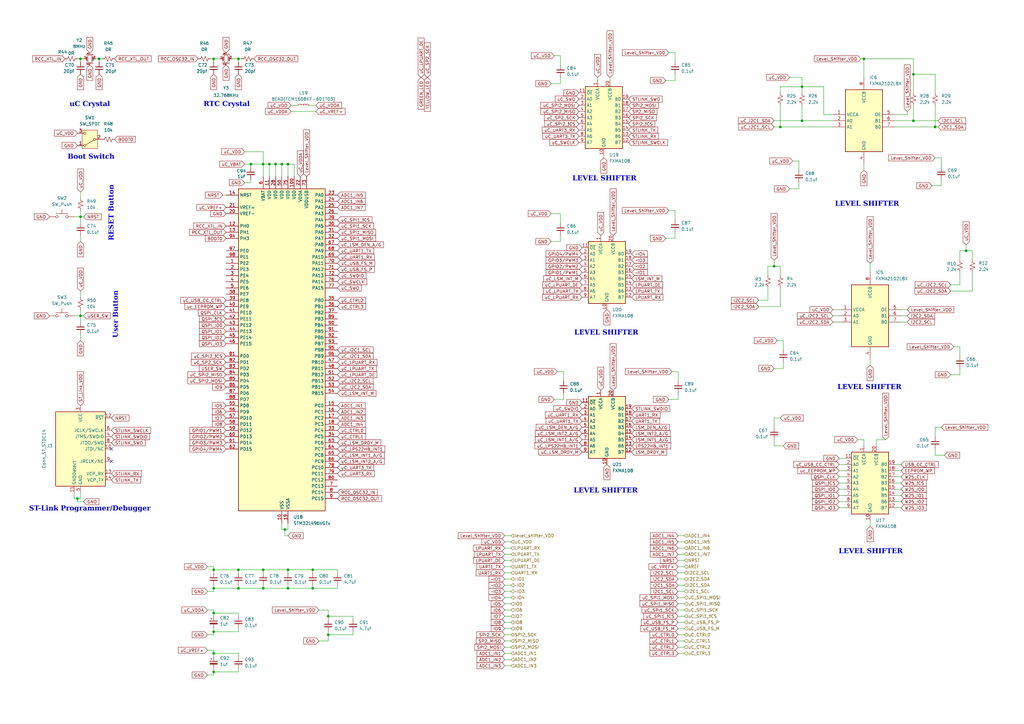
<source format=kicad_sch>
(kicad_sch (version 20231120) (generator "eeschema") (generator_version "8.0")
  (paper "A3")
  (lib_symbols
    (symbol "Connector:Conn_ST_STDC14"
      (property "Reference" "J" (at -8.89 16.51 0))
      (property "Value" "Conn_ST_STDC14" (at 17.78 16.51 0))
      (symbol "Conn_ST_STDC14_1_1"
        (pin no_connect line (at -10.16 5.08 0) (length 2.54) hide (name "NC") (number "1"))
        (pin output line (at 12.7 0 180) (length 2.54) (name "JTDI/NC") (number "10"))
        (pin passive line (at -2.54 -17.78 90) (length 2.54) (name "GNDDetect") (number "11"))
        (pin open_collector line (at 12.7 12.7 180) (length 2.54) (name "~{RST}") (number "12"))
        (pin output line (at 12.7 -10.16 180) (length 2.54) (name "VCP_RX") (number "13"))
        (pin input line (at 12.7 -12.7 180) (length 2.54) (name "VCP_TX") (number "14"))
        (pin no_connect line (at -10.16 2.54 0) (length 2.54) hide (name "NC") (number "2"))
        (pin power_in line (at 0 17.78 270) (length 2.54) (name "VCC") (number "3"))
        (pin bidirectional line (at 12.7 5.08 180) (length 2.54) (name "JTMS/SWDIO") (number "4"))
        (pin power_in line (at 0 -17.78 90) (length 2.54) (name "GND") (number "5"))
        (pin output line (at 12.7 7.62 180) (length 2.54) (name "JCLK/SWCLK") (number "6"))
        (pin passive line (at 0 -17.78 90) (length 2.54) hide (name "GND") (number "7"))
        (pin input line (at 12.7 2.54 180) (length 2.54) (name "JTDO/SWO") (number "8"))
        (pin input line (at 12.7 -5.08 180) (length 2.54) (name "JRCLK/NC") (number "9"))
      )
    )
    (symbol "Device:C_Polarized_Small" (pin_numbers hide) (pin_names (offset 0.254) hide)
      (property "Reference" "C" (at 0.254 1.778 0))
      (property "Value" "C_Polarized_Small" (at 0.254 -2.032 0))
      (symbol "C_Polarized_Small_1_1"
        (pin passive line (at 0 2.54 270) (length 1.8542) (name "~") (number "1"))
        (pin passive line (at 0 -2.54 90) (length 1.8542) (name "~") (number "2"))
      )
    )
    (symbol "Device:C_Small" (pin_numbers hide) (pin_names (offset 0.254) hide)
      (property "Reference" "C" (at 0.254 1.778 0))
      (property "Value" "C_Small" (at 0.254 -2.032 0))
      (symbol "C_Small_1_1"
        (pin passive line (at 0 2.54 270) (length 2.032) (name "~") (number "1"))
        (pin passive line (at 0 -2.54 90) (length 2.032) (name "~") (number "2"))
      )
    )
    (symbol "Device:Crystal_GND24_Small" (pin_names (offset 1.016) hide)
      (property "Reference" "Y" (at 1.27 4.445 0))
      (property "Value" "Crystal_GND24_Small" (at 1.27 2.54 0))
      (symbol "Crystal_GND24_Small_1_1"
        (pin passive line (at -2.54 0 0) (length 1.27) (name "1") (number "1"))
        (pin passive line (at 0 -2.54 90) (length 0.635) (name "2") (number "2"))
        (pin passive line (at 2.54 0 180) (length 1.27) (name "3") (number "3"))
        (pin passive line (at 0 2.54 270) (length 0.635) (name "4") (number "4"))
      )
    )
    (symbol "Device:L_Small" (pin_numbers hide) (pin_names (offset 0.254) hide)
      (property "Reference" "L" (at 0.762 1.016 0))
      (property "Value" "L_Small" (at 0.762 -1.016 0))
      (symbol "L_Small_1_1"
        (pin passive line (at 0 2.54 270) (length 0.508) (name "~") (number "1"))
        (pin passive line (at 0 -2.54 90) (length 0.508) (name "~") (number "2"))
      )
    )
    (symbol "Device:R_Small_US" (pin_numbers hide) (pin_names (offset 0.254) hide)
      (property "Reference" "R" (at 0.762 0.508 0))
      (property "Value" "R_Small_US" (at 0.762 -1.016 0))
      (symbol "R_Small_US_1_1"
        (pin passive line (at 0 2.54 270) (length 1.016) (name "~") (number "1"))
        (pin passive line (at 0 -2.54 90) (length 1.016) (name "~") (number "2"))
      )
    )
    (symbol "FXMA2102L8X:FXMA2102L8X"
      (property "Reference" "IC" (at 21.59 15.24 0))
      (property "Value" "FXMA2102L8X" (at 21.59 12.7 0))
      (symbol "FXMA2102L8X_1_1"
        (pin power_in line (at 0 0 0) (length 5.08) (name "VCCA") (number "1"))
        (pin bidirectional line (at 0 -2.54 0) (length 5.08) (name "A0") (number "2"))
        (pin bidirectional line (at 0 -5.08 0) (length 5.08) (name "A1") (number "3"))
        (pin power_in line (at 12.7 -20.32 90) (length 5.08) (name "GND") (number "4"))
        (pin input line (at 25.4 0 180) (length 5.08) (name "OE") (number "5"))
        (pin bidirectional line (at 25.4 -2.54 180) (length 5.08) (name "B1") (number "6"))
        (pin bidirectional line (at 25.4 -5.08 180) (length 5.08) (name "B0") (number "7"))
        (pin power_in line (at 12.7 15.24 270) (length 5.08) (name "VCCB") (number "8"))
      )
    )
    (symbol "Logic_LevelTranslator:FXMA108"
      (property "Reference" "U" (at -6.35 13.97 0))
      (property "Value" "FXMA108" (at 7.62 13.97 0))
      (symbol "FXMA108_1_1"
        (pin power_in line (at -2.54 15.24 270) (length 2.54) (name "VCCA") (number "1"))
        (pin power_in line (at 0 -15.24 90) (length 2.54) (name "GND") (number "10"))
        (pin input line (at -10.16 10.16 0) (length 2.54) (name "~{OE}") (number "11"))
        (pin bidirectional line (at 10.16 -10.16 180) (length 2.54) (name "B7") (number "12"))
        (pin bidirectional line (at 10.16 -7.62 180) (length 2.54) (name "B6") (number "13"))
        (pin bidirectional line (at 10.16 -5.08 180) (length 2.54) (name "B5") (number "14"))
        (pin bidirectional line (at 10.16 -2.54 180) (length 2.54) (name "B4") (number "15"))
        (pin bidirectional line (at 10.16 0 180) (length 2.54) (name "B3") (number "16"))
        (pin bidirectional line (at 10.16 2.54 180) (length 2.54) (name "B2") (number "17"))
        (pin bidirectional line (at 10.16 5.08 180) (length 2.54) (name "B1") (number "18"))
        (pin bidirectional line (at 10.16 7.62 180) (length 2.54) (name "B0") (number "19"))
        (pin bidirectional line (at -10.16 7.62 0) (length 2.54) (name "A0") (number "2"))
        (pin power_in line (at 2.54 15.24 270) (length 2.54) (name "VCCB") (number "20"))
        (pin no_connect line (at 2.54 -12.7 90) (length 2.54) hide (name "NC") (number "21"))
        (pin bidirectional line (at -10.16 5.08 0) (length 2.54) (name "A1") (number "3"))
        (pin bidirectional line (at -10.16 2.54 0) (length 2.54) (name "A2") (number "4"))
        (pin bidirectional line (at -10.16 0 0) (length 2.54) (name "A3") (number "5"))
        (pin bidirectional line (at -10.16 -2.54 0) (length 2.54) (name "A4") (number "6"))
        (pin bidirectional line (at -10.16 -5.08 0) (length 2.54) (name "A5") (number "7"))
        (pin bidirectional line (at -10.16 -7.62 0) (length 2.54) (name "A6") (number "8"))
        (pin bidirectional line (at -10.16 -10.16 0) (length 2.54) (name "A7") (number "9"))
      )
    )
    (symbol "MCU_ST_STM32L4:STM32L496VGTx"
      (property "Reference" "U" (at -17.78 67.31 0))
      (property "Value" "STM32L496VGTx" (at 12.7 67.31 0))
      (symbol "STM32L496VGTx_1_1"
        (pin bidirectional line (at -22.86 35.56 0) (length 5.08) (name "PE2") (number "1"))
        (pin power_in line (at 0 -71.12 90) (length 5.08) (name "VSS") (number "10"))
        (pin power_in line (at 5.08 71.12 270) (length 5.08) (name "VDD") (number "100"))
        (pin power_in line (at -5.08 71.12 270) (length 5.08) (name "VDD") (number "11"))
        (pin bidirectional line (at -22.86 50.8 0) (length 5.08) (name "PH0") (number "12"))
        (pin bidirectional line (at -22.86 48.26 0) (length 5.08) (name "PH1") (number "13"))
        (pin input line (at -22.86 63.5 0) (length 5.08) (name "NRST") (number "14"))
        (pin bidirectional line (at 22.86 -22.86 180) (length 5.08) (name "PC0") (number "15"))
        (pin bidirectional line (at 22.86 -25.4 180) (length 5.08) (name "PC1") (number "16"))
        (pin bidirectional line (at 22.86 -27.94 180) (length 5.08) (name "PC2") (number "17"))
        (pin bidirectional line (at 22.86 -30.48 180) (length 5.08) (name "PC3") (number "18"))
        (pin power_in line (at 2.54 -71.12 90) (length 5.08) (name "VSSA") (number "19"))
        (pin bidirectional line (at -22.86 33.02 0) (length 5.08) (name "PE3") (number "2"))
        (pin input line (at -22.86 55.88 0) (length 5.08) (name "VREF-") (number "20"))
        (pin input line (at -22.86 58.42 0) (length 5.08) (name "VREF+") (number "21"))
        (pin power_in line (at 7.62 71.12 270) (length 5.08) (name "VDDA") (number "22"))
        (pin bidirectional line (at 22.86 63.5 180) (length 5.08) (name "PA0") (number "23"))
        (pin bidirectional line (at 22.86 60.96 180) (length 5.08) (name "PA1") (number "24"))
        (pin bidirectional line (at 22.86 58.42 180) (length 5.08) (name "PA2") (number "25"))
        (pin bidirectional line (at 22.86 55.88 180) (length 5.08) (name "PA3") (number "26"))
        (pin passive line (at 0 -71.12 90) (length 5.08) hide (name "VSS") (number "27"))
        (pin power_in line (at -2.54 71.12 270) (length 5.08) (name "VDD") (number "28"))
        (pin bidirectional line (at 22.86 53.34 180) (length 5.08) (name "PA4") (number "29"))
        (pin bidirectional line (at -22.86 30.48 0) (length 5.08) (name "PE4") (number "3"))
        (pin bidirectional line (at 22.86 50.8 180) (length 5.08) (name "PA5") (number "30"))
        (pin bidirectional line (at 22.86 48.26 180) (length 5.08) (name "PA6") (number "31"))
        (pin bidirectional line (at 22.86 45.72 180) (length 5.08) (name "PA7") (number "32"))
        (pin bidirectional line (at 22.86 -33.02 180) (length 5.08) (name "PC4") (number "33"))
        (pin bidirectional line (at 22.86 -35.56 180) (length 5.08) (name "PC5") (number "34"))
        (pin bidirectional line (at 22.86 20.32 180) (length 5.08) (name "PB0") (number "35"))
        (pin bidirectional line (at 22.86 17.78 180) (length 5.08) (name "PB1") (number "36"))
        (pin bidirectional line (at 22.86 15.24 180) (length 5.08) (name "PB2") (number "37"))
        (pin bidirectional line (at -22.86 22.86 0) (length 5.08) (name "PE7") (number "38"))
        (pin bidirectional line (at -22.86 20.32 0) (length 5.08) (name "PE8") (number "39"))
        (pin bidirectional line (at -22.86 27.94 0) (length 5.08) (name "PE5") (number "4"))
        (pin bidirectional line (at -22.86 17.78 0) (length 5.08) (name "PE9") (number "40"))
        (pin bidirectional line (at -22.86 15.24 0) (length 5.08) (name "PE10") (number "41"))
        (pin bidirectional line (at -22.86 12.7 0) (length 5.08) (name "PE11") (number "42"))
        (pin bidirectional line (at -22.86 10.16 0) (length 5.08) (name "PE12") (number "43"))
        (pin bidirectional line (at -22.86 7.62 0) (length 5.08) (name "PE13") (number "44"))
        (pin bidirectional line (at -22.86 5.08 0) (length 5.08) (name "PE14") (number "45"))
        (pin bidirectional line (at -22.86 2.54 0) (length 5.08) (name "PE15") (number "46"))
        (pin bidirectional line (at 22.86 -5.08 180) (length 5.08) (name "PB10") (number "47"))
        (pin bidirectional line (at 22.86 -7.62 180) (length 5.08) (name "PB11") (number "48"))
        (pin passive line (at 0 -71.12 90) (length 5.08) hide (name "VSS") (number "49"))
        (pin bidirectional line (at -22.86 25.4 0) (length 5.08) (name "PE6") (number "5"))
        (pin power_in line (at 0 71.12 270) (length 5.08) (name "VDD") (number "50"))
        (pin bidirectional line (at 22.86 -10.16 180) (length 5.08) (name "PB12") (number "51"))
        (pin bidirectional line (at 22.86 -12.7 180) (length 5.08) (name "PB13") (number "52"))
        (pin bidirectional line (at 22.86 -15.24 180) (length 5.08) (name "PB14") (number "53"))
        (pin bidirectional line (at 22.86 -17.78 180) (length 5.08) (name "PB15") (number "54"))
        (pin bidirectional line (at -22.86 -22.86 0) (length 5.08) (name "PD8") (number "55"))
        (pin bidirectional line (at -22.86 -25.4 0) (length 5.08) (name "PD9") (number "56"))
        (pin bidirectional line (at -22.86 -27.94 0) (length 5.08) (name "PD10") (number "57"))
        (pin bidirectional line (at -22.86 -30.48 0) (length 5.08) (name "PD11") (number "58"))
        (pin bidirectional line (at -22.86 -33.02 0) (length 5.08) (name "PD12") (number "59"))
        (pin power_in line (at -7.62 71.12 270) (length 5.08) (name "VBAT") (number "6"))
        (pin bidirectional line (at -22.86 -35.56 0) (length 5.08) (name "PD13") (number "60"))
        (pin bidirectional line (at -22.86 -38.1 0) (length 5.08) (name "PD14") (number "61"))
        (pin bidirectional line (at -22.86 -40.64 0) (length 5.08) (name "PD15") (number "62"))
        (pin bidirectional line (at 22.86 -38.1 180) (length 5.08) (name "PC6") (number "63"))
        (pin bidirectional line (at 22.86 -40.64 180) (length 5.08) (name "PC7") (number "64"))
        (pin bidirectional line (at 22.86 -43.18 180) (length 5.08) (name "PC8") (number "65"))
        (pin bidirectional line (at 22.86 -45.72 180) (length 5.08) (name "PC9") (number "66"))
        (pin bidirectional line (at 22.86 43.18 180) (length 5.08) (name "PA8") (number "67"))
        (pin bidirectional line (at 22.86 40.64 180) (length 5.08) (name "PA9") (number "68"))
        (pin bidirectional line (at 22.86 38.1 180) (length 5.08) (name "PA10") (number "69"))
        (pin bidirectional line (at 22.86 -55.88 180) (length 5.08) (name "PC13") (number "7"))
        (pin bidirectional line (at 22.86 35.56 180) (length 5.08) (name "PA11") (number "70"))
        (pin bidirectional line (at 22.86 33.02 180) (length 5.08) (name "PA12") (number "71"))
        (pin bidirectional line (at 22.86 30.48 180) (length 5.08) (name "PA13") (number "72"))
        (pin power_in line (at 10.16 71.12 270) (length 5.08) (name "VDDUSB") (number "73"))
        (pin passive line (at 0 -71.12 90) (length 5.08) hide (name "VSS") (number "74"))
        (pin power_in line (at 2.54 71.12 270) (length 5.08) (name "VDD") (number "75"))
        (pin bidirectional line (at 22.86 27.94 180) (length 5.08) (name "PA14") (number "76"))
        (pin bidirectional line (at 22.86 25.4 180) (length 5.08) (name "PA15") (number "77"))
        (pin bidirectional line (at 22.86 -48.26 180) (length 5.08) (name "PC10") (number "78"))
        (pin bidirectional line (at 22.86 -50.8 180) (length 5.08) (name "PC11") (number "79"))
        (pin bidirectional line (at 22.86 -58.42 180) (length 5.08) (name "PC14") (number "8"))
        (pin bidirectional line (at 22.86 -53.34 180) (length 5.08) (name "PC12") (number "80"))
        (pin bidirectional line (at -22.86 -2.54 0) (length 5.08) (name "PD0") (number "81"))
        (pin bidirectional line (at -22.86 -5.08 0) (length 5.08) (name "PD1") (number "82"))
        (pin bidirectional line (at -22.86 -7.62 0) (length 5.08) (name "PD2") (number "83"))
        (pin bidirectional line (at -22.86 -10.16 0) (length 5.08) (name "PD3") (number "84"))
        (pin bidirectional line (at -22.86 -12.7 0) (length 5.08) (name "PD4") (number "85"))
        (pin bidirectional line (at -22.86 -15.24 0) (length 5.08) (name "PD5") (number "86"))
        (pin bidirectional line (at -22.86 -17.78 0) (length 5.08) (name "PD6") (number "87"))
        (pin bidirectional line (at -22.86 -20.32 0) (length 5.08) (name "PD7") (number "88"))
        (pin bidirectional line (at 22.86 12.7 180) (length 5.08) (name "PB3") (number "89"))
        (pin bidirectional line (at 22.86 -60.96 180) (length 5.08) (name "PC15") (number "9"))
        (pin bidirectional line (at 22.86 10.16 180) (length 5.08) (name "PB4") (number "90"))
        (pin bidirectional line (at 22.86 7.62 180) (length 5.08) (name "PB5") (number "91"))
        (pin bidirectional line (at 22.86 5.08 180) (length 5.08) (name "PB6") (number "92"))
        (pin bidirectional line (at 22.86 2.54 180) (length 5.08) (name "PB7") (number "93"))
        (pin bidirectional line (at -22.86 45.72 0) (length 5.08) (name "PH3") (number "94"))
        (pin bidirectional line (at 22.86 0 180) (length 5.08) (name "PB8") (number "95"))
        (pin bidirectional line (at 22.86 -2.54 180) (length 5.08) (name "PB9") (number "96"))
        (pin bidirectional line (at -22.86 40.64 0) (length 5.08) (name "PE0") (number "97"))
        (pin bidirectional line (at -22.86 38.1 0) (length 5.08) (name "PE1") (number "98"))
        (pin passive line (at 0 -71.12 90) (length 5.08) hide (name "VSS") (number "99"))
      )
    )
    (symbol "Switch:SW_Push" (pin_numbers hide) (pin_names (offset 1.016) hide)
      (property "Reference" "SW" (at 1.27 2.54 0))
      (property "Value" "SW_Push" (at 0 -1.524 0))
      (symbol "SW_Push_0_1"
        (pin passive line (at -5.08 0 0) (length 2.54) (name "1") (number "1"))
        (pin passive line (at 5.08 0 180) (length 2.54) (name "2") (number "2"))
      )
    )
    (symbol "Switch:SW_SPDT" (pin_names (offset 0) hide)
      (property "Reference" "SW" (at 0 5.08 0))
      (property "Value" "SW_SPDT" (at 0 -5.08 0))
      (symbol "SW_SPDT_1_1"
        (pin passive line (at 5.08 2.54 180) (length 2.54) (name "A") (number "1"))
        (pin passive line (at -5.08 0 0) (length 2.54) (name "B") (number "2"))
        (pin passive line (at 5.08 -2.54 180) (length 2.54) (name "C") (number "3"))
      )
    )
  )
  (junction (at 33.02 129.54))
  (junction (at 87.63 275.59))
  (junction (at 40.64 24.13))
  (junction (at 115.57 67.31))
  (junction (at 87.63 233.68))
  (junction (at 328.93 35.56))
  (junction (at 97.79 241.3))
  (junction (at 134.62 260.35))
  (junction (at 107.95 241.3))
  (junction (at 118.11 67.31))
  (junction (at 87.63 267.97))
  (junction (at 116.84 217.17))
  (junction (at 87.63 251.46))
  (junction (at 118.11 233.68))
  (junction (at 102.87 67.31))
  (junction (at 128.27 241.3))
  (junction (at 87.63 259.08))
  (junction (at 107.95 233.68))
  (junction (at 33.02 24.13))
  (junction (at 396.24 102.87))
  (junction (at 328.93 49.53))
  (junction (at 317.5 109.22))
  (junction (at 374.65 49.53))
  (junction (at 374.65 30.48))
  (junction (at 113.03 67.31))
  (junction (at 33.02 88.9))
  (junction (at 128.27 233.68))
  (junction (at 97.79 233.68))
  (junction (at 320.04 52.07))
  (junction (at 118.11 241.3))
  (junction (at 134.62 252.73))
  (junction (at 87.63 24.13))
  (junction (at 383.54 52.07))
  (junction (at 87.63 241.3))
  (junction (at 97.79 24.13))
  (junction (at 107.95 67.31))
  (junction (at 354.33 24.13))
  (junction (at 31.75 204.47))
  (junction (at 110.49 67.31))
  (no_connect (at 45.72 184.15))
  (no_connect (at 45.72 189.23))
  (wire (pts (xy 278.13 229.87) (xy 280.67 229.87)))
  (wire (pts (xy 116.84 217.17) (xy 116.84 219.71)))
  (wire (pts (xy 107.95 67.31) (xy 110.49 67.31)))
  (wire (pts (xy 393.7 153.67) (xy 393.7 151.13)))
  (wire (pts (xy 87.63 275.59) (xy 87.63 276.86)))
  (wire (pts (xy 144.78 252.73) (xy 144.78 254)))
  (wire (pts (xy 144.78 259.08) (xy 144.78 260.35)))
  (wire (pts (xy 320.04 118.11) (xy 320.04 125.73)))
  (wire (pts (xy 30.48 201.93) (xy 30.48 204.47)))
  (wire (pts (xy 341.63 127) (xy 344.17 127)))
  (wire (pts (xy 346.71 190.5) (xy 344.17 190.5)))
  (wire (pts (xy 207.01 260.35) (xy 209.55 260.35)))
  (wire (pts (xy 118.11 241.3) (xy 128.27 241.3)))
  (wire (pts (xy 374.65 24.13) (xy 374.65 30.48)))
  (wire (pts (xy 134.62 260.35) (xy 144.78 260.35)))
  (wire (pts (xy 207.01 270.51) (xy 209.55 270.51)))
  (wire (pts (xy 85.09 276.86) (xy 87.63 276.86)))
  (wire (pts (xy 389.89 153.67) (xy 393.7 153.67)))
  (wire (pts (xy 33.02 91.44) (xy 33.02 88.9)))
  (wire (pts (xy 278.13 255.27) (xy 280.67 255.27)))
  (wire (pts (xy 118.11 217.17) (xy 118.11 214.63)))
  (wire (pts (xy 33.02 129.54) (xy 33.02 127)))
  (wire (pts (xy 341.63 46.99) (xy 337.82 46.99)))
  (wire (pts (xy 346.71 208.28) (xy 344.17 208.28)))
  (wire (pts (xy 207.01 242.57) (xy 209.55 242.57)))
  (wire (pts (xy 87.63 240.03) (xy 87.63 241.3)))
  (wire (pts (xy 369.57 208.28) (xy 367.03 208.28)))
  (wire (pts (xy 278.13 257.81) (xy 280.67 257.81)))
  (wire (pts (xy 369.57 200.66) (xy 367.03 200.66)))
  (wire (pts (xy 247.65 63.5) (xy 247.65 64.77)))
  (wire (pts (xy 321.31 139.7) (xy 321.31 143.51)))
  (wire (pts (xy 33.02 132.08) (xy 33.02 129.54)))
  (wire (pts (xy 229.87 34.29) (xy 229.87 31.75)))
  (wire (pts (xy 391.16 142.24) (xy 393.7 142.24)))
  (wire (pts (xy 320.04 171.45) (xy 317.5 171.45)))
  (wire (pts (xy 30.48 88.9) (xy 33.02 88.9)))
  (wire (pts (xy 207.01 237.49) (xy 209.55 237.49)))
  (wire (pts (xy 346.71 193.04) (xy 344.17 193.04)))
  (wire (pts (xy 116.84 217.17) (xy 118.11 217.17)))
  (wire (pts (xy 118.11 67.31) (xy 118.11 72.39)))
  (wire (pts (xy 134.62 250.19) (xy 130.81 250.19)))
  (wire (pts (xy 278.13 240.03) (xy 280.67 240.03)))
  (wire (pts (xy 317.5 182.88) (xy 317.5 180.34)))
  (wire (pts (xy 383.54 175.26) (xy 383.54 179.07)))
  (wire (pts (xy 90.17 24.13) (xy 87.63 24.13)))
  (wire (pts (xy 276.86 33.02) (xy 276.86 30.48)))
  (wire (pts (xy 354.33 180.34) (xy 351.79 180.34)))
  (wire (pts (xy 231.14 163.83) (xy 231.14 161.29)))
  (wire (pts (xy 337.82 46.99) (xy 337.82 35.56)))
  (wire (pts (xy 87.63 233.68) (xy 97.79 233.68)))
  (wire (pts (xy 273.05 33.02) (xy 276.86 33.02)))
  (wire (pts (xy 275.59 152.4) (xy 278.13 152.4)))
  (wire (pts (xy 207.01 245.11) (xy 209.55 245.11)))
  (wire (pts (xy 138.43 240.03) (xy 138.43 241.3)))
  (wire (pts (xy 346.71 200.66) (xy 344.17 200.66)))
  (wire (pts (xy 40.64 24.13) (xy 41.91 24.13)))
  (wire (pts (xy 85.09 266.7) (xy 87.63 266.7)))
  (wire (pts (xy 337.82 35.56) (xy 328.93 35.56)))
  (wire (pts (xy 374.65 49.53) (xy 374.65 43.18)))
  (wire (pts (xy 369.57 195.58) (xy 367.03 195.58)))
  (wire (pts (xy 393.7 102.87) (xy 396.24 102.87)))
  (wire (pts (xy 354.33 69.85) (xy 354.33 67.31)))
  (wire (pts (xy 346.71 187.96) (xy 344.17 187.96)))
  (wire (pts (xy 369.57 190.5) (xy 367.03 190.5)))
  (wire (pts (xy 85.09 232.41) (xy 87.63 232.41)))
  (wire (pts (xy 207.01 227.33) (xy 209.55 227.33)))
  (wire (pts (xy 30.48 129.54) (xy 33.02 129.54)))
  (wire (pts (xy 115.57 217.17) (xy 116.84 217.17)))
  (wire (pts (xy 276.86 86.36) (xy 276.86 90.17)))
  (wire (pts (xy 207.01 224.79) (xy 209.55 224.79)))
  (wire (pts (xy 389.89 119.38) (xy 398.78 119.38)))
  (wire (pts (xy 31.75 24.13) (xy 33.02 24.13)))
  (wire (pts (xy 107.95 240.03) (xy 107.95 241.3)))
  (wire (pts (xy 226.06 87.63) (xy 229.87 87.63)))
  (wire (pts (xy 207.01 219.71) (xy 209.55 219.71)))
  (wire (pts (xy 87.63 252.73) (xy 87.63 251.46)))
  (wire (pts (xy 346.71 195.58) (xy 344.17 195.58)))
  (wire (pts (xy 383.54 52.07) (xy 384.81 52.07)))
  (wire (pts (xy 134.62 252.73) (xy 134.62 250.19)))
  (wire (pts (xy 317.5 49.53) (xy 328.93 49.53)))
  (wire (pts (xy 33.02 204.47) (xy 33.02 201.93)))
  (wire (pts (xy 95.25 24.13) (xy 97.79 24.13)))
  (wire (pts (xy 33.02 99.06) (xy 33.02 96.52)))
  (wire (pts (xy 328.93 49.53) (xy 341.63 49.53)))
  (wire (pts (xy 363.22 180.34) (xy 359.41 180.34)))
  (wire (pts (xy 328.93 35.56) (xy 328.93 38.1)))
  (wire (pts (xy 130.81 262.89) (xy 134.62 262.89)))
  (wire (pts (xy 278.13 245.11) (xy 280.67 245.11)))
  (wire (pts (xy 119.38 43.18) (xy 121.92 43.18)))
  (wire (pts (xy 354.33 182.88) (xy 354.33 180.34)))
  (wire (pts (xy 274.32 163.83) (xy 278.13 163.83)))
  (wire (pts (xy 118.11 233.68) (xy 118.11 234.95)))
  (wire (pts (xy 341.63 129.54) (xy 344.17 129.54)))
  (wire (pts (xy 383.54 186.69) (xy 383.54 184.15)))
  (wire (pts (xy 317.5 106.68) (xy 317.5 109.22)))
  (wire (pts (xy 113.03 67.31) (xy 113.03 72.39)))
  (wire (pts (xy 227.33 22.86) (xy 229.87 22.86)))
  (wire (pts (xy 97.79 267.97) (xy 97.79 269.24)))
  (wire (pts (xy 100.33 62.23) (xy 107.95 62.23)))
  (wire (pts (xy 311.15 123.19) (xy 314.96 123.19)))
  (wire (pts (xy 278.13 247.65) (xy 280.67 247.65)))
  (wire (pts (xy 97.79 233.68) (xy 97.79 234.95)))
  (wire (pts (xy 33.02 24.13) (xy 33.02 25.4)))
  (wire (pts (xy 30.48 204.47) (xy 31.75 204.47)))
  (wire (pts (xy 278.13 267.97) (xy 280.67 267.97)))
  (wire (pts (xy 317.5 52.07) (xy 320.04 52.07)))
  (wire (pts (xy 207.01 267.97) (xy 209.55 267.97)))
  (wire (pts (xy 227.33 163.83) (xy 231.14 163.83)))
  (wire (pts (xy 320.04 43.18) (xy 320.04 52.07)))
  (wire (pts (xy 327.66 66.04) (xy 327.66 69.85)))
  (wire (pts (xy 346.71 198.12) (xy 344.17 198.12)))
  (wire (pts (xy 383.54 30.48) (xy 383.54 38.1)))
  (wire (pts (xy 138.43 233.68) (xy 138.43 234.95)))
  (wire (pts (xy 245.11 31.75) (xy 245.11 33.02)))
  (wire (pts (xy 369.57 198.12) (xy 367.03 198.12)))
  (wire (pts (xy 102.87 67.31) (xy 102.87 68.58)))
  (wire (pts (xy 353.06 24.13) (xy 354.33 24.13)))
  (wire (pts (xy 118.11 240.03) (xy 118.11 241.3)))
  (wire (pts (xy 278.13 260.35) (xy 280.67 260.35)))
  (wire (pts (xy 134.62 259.08) (xy 134.62 260.35)))
  (wire (pts (xy 372.11 127) (xy 369.57 127)))
  (wire (pts (xy 97.79 241.3) (xy 107.95 241.3)))
  (wire (pts (xy 317.5 171.45) (xy 317.5 175.26)))
  (wire (pts (xy 328.93 35.56) (xy 328.93 31.75)))
  (wire (pts (xy 278.13 232.41) (xy 280.67 232.41)))
  (wire (pts (xy 128.27 233.68) (xy 128.27 234.95)))
  (wire (pts (xy 278.13 224.79) (xy 280.67 224.79)))
  (wire (pts (xy 207.01 252.73) (xy 209.55 252.73)))
  (wire (pts (xy 372.11 45.72) (xy 372.11 46.99)))
  (wire (pts (xy 346.71 203.2) (xy 344.17 203.2)))
  (wire (pts (xy 314.96 113.03) (xy 314.96 109.22)))
  (wire (pts (xy 85.09 250.19) (xy 87.63 250.19)))
  (wire (pts (xy 31.75 205.74) (xy 34.29 205.74)))
  (wire (pts (xy 278.13 237.49) (xy 280.67 237.49)))
  (wire (pts (xy 107.95 241.3) (xy 118.11 241.3)))
  (wire (pts (xy 207.01 232.41) (xy 209.55 232.41)))
  (wire (pts (xy 87.63 267.97) (xy 97.79 267.97)))
  (wire (pts (xy 85.09 260.35) (xy 87.63 260.35)))
  (wire (pts (xy 33.02 88.9) (xy 34.29 88.9)))
  (wire (pts (xy 341.63 132.08) (xy 344.17 132.08)))
  (wire (pts (xy 97.79 240.03) (xy 97.79 241.3)))
  (wire (pts (xy 134.62 252.73) (xy 134.62 254)))
  (wire (pts (xy 100.33 67.31) (xy 102.87 67.31)))
  (wire (pts (xy 91.44 80.01) (xy 92.71 80.01)))
  (wire (pts (xy 274.32 86.36) (xy 276.86 86.36)))
  (wire (pts (xy 278.13 222.25) (xy 280.67 222.25)))
  (wire (pts (xy 386.08 64.77) (xy 386.08 68.58)))
  (wire (pts (xy 374.65 49.53) (xy 384.81 49.53)))
  (wire (pts (xy 278.13 227.33) (xy 280.67 227.33)))
  (wire (pts (xy 87.63 234.95) (xy 87.63 233.68)))
  (wire (pts (xy 278.13 242.57) (xy 280.67 242.57)))
  (wire (pts (xy 107.95 233.68) (xy 118.11 233.68)))
  (wire (pts (xy 393.7 106.68) (xy 393.7 102.87)))
  (wire (pts (xy 274.32 21.59) (xy 276.86 21.59)))
  (wire (pts (xy 115.57 214.63) (xy 115.57 217.17)))
  (wire (pts (xy 207.01 257.81) (xy 209.55 257.81)))
  (wire (pts (xy 33.02 139.7) (xy 33.02 137.16)))
  (wire (pts (xy 87.63 251.46) (xy 97.79 251.46)))
  (wire (pts (xy 323.85 31.75) (xy 328.93 31.75)))
  (wire (pts (xy 320.04 52.07) (xy 341.63 52.07)))
  (wire (pts (xy 207.01 262.89) (xy 209.55 262.89)))
  (wire (pts (xy 87.63 24.13) (xy 87.63 25.4)))
  (wire (pts (xy 226.06 34.29) (xy 229.87 34.29)))
  (wire (pts (xy 118.11 67.31) (xy 120.65 67.31)))
  (wire (pts (xy 110.49 67.31) (xy 113.03 67.31)))
  (wire (pts (xy 128.27 233.68) (xy 138.43 233.68)))
  (wire (pts (xy 86.36 24.13) (xy 87.63 24.13)))
  (wire (pts (xy 356.87 107.95) (xy 356.87 111.76)))
  (wire (pts (xy 87.63 267.97) (xy 87.63 266.7)))
  (wire (pts (xy 398.78 102.87) (xy 398.78 106.68)))
  (wire (pts (xy 318.77 139.7) (xy 321.31 139.7)))
  (wire (pts (xy 278.13 252.73) (xy 280.67 252.73)))
  (wire (pts (xy 226.06 99.06) (xy 229.87 99.06)))
  (wire (pts (xy 374.65 30.48) (xy 383.54 30.48)))
  (wire (pts (xy 311.15 125.73) (xy 320.04 125.73)))
  (wire (pts (xy 229.87 87.63) (xy 229.87 91.44)))
  (wire (pts (xy 207.01 222.25) (xy 209.55 222.25)))
  (wire (pts (xy 87.63 257.81) (xy 87.63 259.08)))
  (wire (pts (xy 393.7 142.24) (xy 393.7 146.05)))
  (wire (pts (xy 97.79 257.81) (xy 97.79 259.08)))
  (wire (pts (xy 107.95 62.23) (xy 107.95 67.31)))
  (wire (pts (xy 317.5 109.22) (xy 320.04 109.22)))
  (wire (pts (xy 386.08 76.2) (xy 386.08 73.66)))
  (wire (pts (xy 31.75 204.47) (xy 31.75 205.74)))
  (wire (pts (xy 372.11 46.99) (xy 367.03 46.99)))
  (wire (pts (xy 87.63 259.08) (xy 97.79 259.08)))
  (wire (pts (xy 314.96 118.11) (xy 314.96 123.19)))
  (wire (pts (xy 118.11 233.68) (xy 128.27 233.68)))
  (wire (pts (xy 369.57 193.04) (xy 367.03 193.04)))
  (wire (pts (xy 346.71 205.74) (xy 344.17 205.74)))
  (wire (pts (xy 102.87 67.31) (xy 107.95 67.31)))
  (wire (pts (xy 396.24 100.33) (xy 396.24 102.87)))
  (wire (pts (xy 115.57 67.31) (xy 118.11 67.31)))
  (wire (pts (xy 87.63 241.3) (xy 87.63 242.57)))
  (wire (pts (xy 359.41 180.34) (xy 359.41 182.88)))
  (wire (pts (xy 231.14 152.4) (xy 231.14 156.21)))
  (wire (pts (xy 116.84 219.71) (xy 118.11 219.71)))
  (wire (pts (xy 97.79 233.68) (xy 107.95 233.68)))
  (wire (pts (xy 87.63 259.08) (xy 87.63 260.35)))
  (wire (pts (xy 229.87 22.86) (xy 229.87 26.67)))
  (wire (pts (xy 356.87 149.86) (xy 356.87 147.32)))
  (wire (pts (xy 33.02 119.38) (xy 33.02 121.92)))
  (wire (pts (xy 367.03 52.07) (xy 383.54 52.07)))
  (wire (pts (xy 367.03 49.53) (xy 374.65 49.53)))
  (wire (pts (xy 383.54 64.77) (xy 386.08 64.77)))
  (wire (pts (xy 387.35 186.69) (xy 383.54 186.69)))
  (wire (pts (xy 134.62 252.73) (xy 144.78 252.73)))
  (wire (pts (xy 120.65 67.31) (xy 120.65 72.39)))
  (wire (pts (xy 382.27 76.2) (xy 386.08 76.2)))
  (wire (pts (xy 278.13 219.71) (xy 280.67 219.71)))
  (wire (pts (xy 356.87 213.36) (xy 356.87 215.9)))
  (wire (pts (xy 39.37 24.13) (xy 40.64 24.13)))
  (wire (pts (xy 33.02 78.74) (xy 33.02 81.28)))
  (wire (pts (xy 107.95 234.95) (xy 107.95 233.68)))
  (wire (pts (xy 207.01 255.27) (xy 209.55 255.27)))
  (wire (pts (xy 228.6 152.4) (xy 231.14 152.4)))
  (wire (pts (xy 107.95 67.31) (xy 107.95 72.39)))
  (wire (pts (xy 87.63 251.46) (xy 87.63 250.19)))
  (wire (pts (xy 328.93 35.56) (xy 320.04 35.56)))
  (wire (pts (xy 320.04 109.22) (xy 320.04 113.03)))
  (wire (pts (xy 393.7 111.76) (xy 393.7 116.84)))
  (wire (pts (xy 325.12 66.04) (xy 327.66 66.04)))
  (wire (pts (xy 386.08 175.26) (xy 383.54 175.26)))
  (wire (pts (xy 229.87 99.06) (xy 229.87 96.52)))
  (wire (pts (xy 127 43.18) (xy 129.54 43.18)))
  (wire (pts (xy 97.79 24.13) (xy 99.06 24.13)))
  (wire (pts (xy 128.27 241.3) (xy 138.43 241.3)))
  (wire (pts (xy 207.01 247.65) (xy 209.55 247.65)))
  (wire (pts (xy 31.75 204.47) (xy 33.02 204.47)))
  (wire (pts (xy 207.01 240.03) (xy 209.55 240.03)))
  (wire (pts (xy 87.63 241.3) (xy 97.79 241.3)))
  (wire (pts (xy 389.89 116.84) (xy 393.7 116.84)))
  (wire (pts (xy 113.03 67.31) (xy 115.57 67.31)))
  (wire (pts (xy 100.33 74.93) (xy 102.87 74.93)))
  (wire (pts (xy 354.33 24.13) (xy 354.33 31.75)))
  (wire (pts (xy 115.57 67.31) (xy 115.57 72.39)))
  (wire (pts (xy 119.38 45.72) (xy 129.54 45.72)))
  (wire (pts (xy 278.13 250.19) (xy 280.67 250.19)))
  (wire (pts (xy 320.04 35.56) (xy 320.04 38.1)))
  (wire (pts (xy 396.24 102.87) (xy 398.78 102.87)))
  (wire (pts (xy 33.02 129.54) (xy 34.29 129.54)))
  (wire (pts (xy 276.86 21.59) (xy 276.86 25.4)))
  (wire (pts (xy 383.54 52.07) (xy 383.54 43.18)))
  (wire (pts (xy 207.01 234.95) (xy 209.55 234.95)))
  (wire (pts (xy 102.87 73.66) (xy 102.87 74.93)))
  (wire (pts (xy 87.63 274.32) (xy 87.63 275.59)))
  (wire (pts (xy 321.31 182.88) (xy 317.5 182.88)))
  (wire (pts (xy 207.01 273.05) (xy 209.55 273.05)))
  (wire (pts (xy 97.79 24.13) (xy 97.79 25.4)))
  (wire (pts (xy 97.79 274.32) (xy 97.79 275.59)))
  (wire (pts (xy 369.57 129.54) (xy 372.11 129.54)))
  (wire (pts (xy 354.33 24.13) (xy 374.65 24.13)))
  (wire (pts (xy 128.27 240.03) (xy 128.27 241.3)))
  (wire (pts (xy 33.02 88.9) (xy 33.02 86.36)))
  (wire (pts (xy 134.62 260.35) (xy 134.62 262.89)))
  (wire (pts (xy 85.09 242.57) (xy 87.63 242.57)))
  (wire (pts (xy 87.63 269.24) (xy 87.63 267.97)))
  (wire (pts (xy 273.05 97.79) (xy 276.86 97.79)))
  (wire (pts (xy 97.79 251.46) (xy 97.79 252.73)))
  (wire (pts (xy 110.49 67.31) (xy 110.49 72.39)))
  (wire (pts (xy 87.63 232.41) (xy 87.63 233.68)))
  (wire (pts (xy 398.78 111.76) (xy 398.78 119.38)))
  (wire (pts (xy 374.65 30.48) (xy 374.65 38.1)))
  (wire (pts (xy 327.66 77.47) (xy 327.66 74.93)))
  (wire (pts (xy 278.13 163.83) (xy 278.13 161.29)))
  (wire (pts (xy 321.31 151.13) (xy 321.31 148.59)))
  (wire (pts (xy 34.29 24.13) (xy 33.02 24.13)))
  (wire (pts (xy 369.57 205.74) (xy 367.03 205.74)))
  (wire (pts (xy 207.01 265.43) (xy 209.55 265.43)))
  (wire (pts (xy 207.01 250.19) (xy 209.55 250.19)))
  (wire (pts (xy 87.63 275.59) (xy 97.79 275.59)))
  (wire (pts (xy 369.57 203.2) (xy 367.03 203.2)))
  (wire (pts (xy 372.11 132.08) (xy 369.57 132.08)))
  (wire (pts (xy 207.01 229.87) (xy 209.55 229.87)))
  (wire (pts (xy 40.64 24.13) (xy 40.64 25.4)))
  (wire (pts (xy 278.13 152.4) (xy 278.13 156.21)))
  (wire (pts (xy 314.96 109.22) (xy 317.5 109.22)))
  (wire (pts (xy 250.19 31.75) (xy 250.19 33.02)))
  (wire (pts (xy 278.13 265.43) (xy 280.67 265.43)))
  (wire (pts (xy 328.93 43.18) (xy 328.93 49.53)))
  (wire (pts (xy 323.85 77.47) (xy 327.66 77.47)))
  (wire (pts (xy 317.5 151.13) (xy 321.31 151.13)))
  (wire (pts (xy 276.86 97.79) (xy 276.86 95.25)))
  (wire (pts (xy 278.13 262.89) (xy 280.67 262.89)))
  (wire (pts (xy 278.13 234.95) (xy 280.67 234.95)))
  (text "LEVEL SHIFTER" (at 248.412 201.93 0) (effects (font (size 2.032 2.032) (thickness 0.254) (bold yes))))
  (text "RESET Button\n" (at 46.228 87.376 90) (effects (font (size 2.032 2.032) (thickness 0.254) (bold yes))))
  (text "LEVEL SHIFTER" (at 247.904 73.914 0) (effects (font (size 2.032 2.032) (thickness 0.254) (bold yes))))
  (text "Boot Switch" (at 37.338 65.024 0) (effects (font (size 2.032 2.032) (thickness 0.254) (bold yes))))
  (text "LEVEL SHIFTER" (at 248.666 137.16 0) (effects (font (size 2.032 2.032) (thickness 0.254) (bold yes))))
  (text "ST-Link Programmer/Debugger" (at 36.83 209.296 0) (effects (font (size 2.032 2.032) (thickness 0.254) (bold yes))))
  (text "uC Crystal" (at 36.83 43.434 0) (effects (font (size 2.032 2.032) (thickness 0.254) (bold yes))))
  (text "User Button" (at 48.006 129.032 90) (effects (font (size 2.032 2.032) (thickness 0.254) (bold yes))))
  (text "LEVEL SHIFTER" (at 357.124 226.822 0) (effects (font (size 2.032 2.032) (thickness 0.254) (bold yes))))
  (text "LEVEL SHIFTER" (at 356.616 159.512 0) (effects (font (size 2.032 2.032) (thickness 0.254) (bold yes))))
  (text "LEVEL SHIFTER" (at 355.6 84.328 0) (effects (font (size 2.032 2.032) (thickness 0.254) (bold yes))))
  (text "RTC Crystal\n" (at 92.964 43.434 0) (effects (font (size 2.032 2.032) (thickness 0.254) (bold yes))))
  (global_label "uC_VDD" (shape input) (at 246.38 96.52 90) (property "Intersheetrefs" "${INTERSHEET_REFS}" (effects (hide yes))))
  (global_label "IO8" (shape input) (at 92.71 173.99 180) (property "Intersheetrefs" "${INTERSHEET_REFS}" (effects (hide yes))))
  (global_label "~IO4" (shape input) (at 207.01 245.11 180) (property "Intersheetrefs" "${INTERSHEET_REFS}" (effects (hide yes))))
  (global_label "uC_SWDIO" (shape input) (at 138.43 113.03 0) (property "Intersheetrefs" "${INTERSHEET_REFS}" (effects (hide yes))))
  (global_label "uC_VDD" (shape input) (at 228.6 152.4 180) (property "Intersheetrefs" "${INTERSHEET_REFS}" (effects (hide yes))))
  (global_label "GND" (shape input) (at 40.64 30.48 270) (property "Intersheetrefs" "${INTERSHEET_REFS}" (effects (hide yes))))
  (global_label "GND" (shape input) (at 36.83 21.59 90) (property "Intersheetrefs" "${INTERSHEET_REFS}" (effects (hide yes))))
  (global_label "uC_UART3_RX" (shape input) (at 138.43 194.31 0) (property "Intersheetrefs" "${INTERSHEET_REFS}" (effects (hide yes))))
  (global_label "~IO2" (shape input) (at 259.08 109.22 0) (property "Intersheetrefs" "${INTERSHEET_REFS}" (effects (hide yes))))
  (global_label "~IO4" (shape input) (at 259.08 104.14 0) (property "Intersheetrefs" "${INTERSHEET_REFS}" (effects (hide yes))))
  (global_label "uC_LPUART_DE" (shape input) (at 172.72 31.75 90) (property "Intersheetrefs" "${INTERSHEET_REFS}" (effects (hide yes))))
  (global_label "Level_Shifter_VDD" (shape input) (at 125.73 72.39 90) (property "Intersheetrefs" "${INTERSHEET_REFS}" (effects (hide yes))))
  (global_label "USER_SW" (shape input) (at 92.71 151.13 180) (property "Intersheetrefs" "${INTERSHEET_REFS}" (effects (hide yes))))
  (global_label "GND" (shape input) (at 238.76 165.1 180) (property "Intersheetrefs" "${INTERSHEET_REFS}" (effects (hide yes))))
  (global_label "GPIO4{slash}PWM4" (shape input) (at 238.76 104.14 180) (property "Intersheetrefs" "${INTERSHEET_REFS}" (effects (hide yes))))
  (global_label "uC_VDD" (shape input) (at 100.33 62.23 180) (property "Intersheetrefs" "${INTERSHEET_REFS}" (effects (hide yes))))
  (global_label "uC_VREF+" (shape input) (at 92.71 85.09 180) (property "Intersheetrefs" "${INTERSHEET_REFS}" (effects (hide yes))))
  (global_label "uC_CTRL2" (shape input) (at 138.43 123.19 0) (property "Intersheetrefs" "${INTERSHEET_REFS}" (effects (hide yes))))
  (global_label "GND" (shape input) (at 85.09 276.86 180) (property "Intersheetrefs" "${INTERSHEET_REFS}" (effects (hide yes))))
  (global_label "GND" (shape input) (at 344.17 187.96 180) (property "Intersheetrefs" "${INTERSHEET_REFS}" (effects (hide yes))))
  (global_label "ADC1_IN6" (shape input) (at 278.13 224.79 180) (property "Intersheetrefs" "${INTERSHEET_REFS}" (effects (hide yes))))
  (global_label "GND" (shape input) (at 248.92 127 270) (property "Intersheetrefs" "${INTERSHEET_REFS}" (effects (hide yes))))
  (global_label "uC_I2C1_SCL" (shape input) (at 317.5 52.07 180) (property "Intersheetrefs" "${INTERSHEET_REFS}" (effects (hide yes))))
  (global_label "GND" (shape input) (at 237.49 38.1 180) (property "Intersheetrefs" "${INTERSHEET_REFS}" (effects (hide yes))))
  (global_label "Level_Shifter_VDD" (shape input) (at 353.06 24.13 180) (property "Intersheetrefs" "${INTERSHEET_REFS}" (effects (hide yes))))
  (global_label "GND" (shape input) (at 317.5 151.13 180) (property "Intersheetrefs" "${INTERSHEET_REFS}" (effects (hide yes))))
  (global_label "uC_SWCLK" (shape input) (at 237.49 58.42 180) (property "Intersheetrefs" "${INTERSHEET_REFS}" (effects (hide yes))))
  (global_label "UART1_TX" (shape input) (at 207.01 232.41 180) (property "Intersheetrefs" "${INTERSHEET_REFS}" (effects (hide yes))))
  (global_label "STLINK_SWCLK" (shape input) (at 45.72 176.53 0) (property "Intersheetrefs" "${INTERSHEET_REFS}" (effects (hide yes))))
  (global_label "SP2_MISO" (shape input) (at 257.81 45.72 0) (property "Intersheetrefs" "${INTERSHEET_REFS}" (effects (hide yes))))
  (global_label "Level_Shifter_VDD" (shape input) (at 391.16 142.24 180) (property "Intersheetrefs" "${INTERSHEET_REFS}" (effects (hide yes))))
  (global_label "uC_CTRL0" (shape input) (at 138.43 176.53 0) (property "Intersheetrefs" "${INTERSHEET_REFS}" (effects (hide yes))))
  (global_label "GND" (shape input) (at 387.35 186.69 0) (property "Intersheetrefs" "${INTERSHEET_REFS}" (effects (hide yes))))
  (global_label "RCC_XTL_IN" (shape input) (at 92.71 92.71 180) (property "Intersheetrefs" "${INTERSHEET_REFS}" (effects (hide yes))))
  (global_label "ADC1_IN6" (shape input) (at 138.43 82.55 0) (property "Intersheetrefs" "${INTERSHEET_REFS}" (effects (hide yes))))
  (global_label "ADC1_IN3" (shape input) (at 138.43 171.45 0) (property "Intersheetrefs" "${INTERSHEET_REFS}" (effects (hide yes))))
  (global_label "STLINK_SWDIO" (shape input) (at 45.72 179.07 0) (property "Intersheetrefs" "${INTERSHEET_REFS}" (effects (hide yes))))
  (global_label "GPIO1{slash}PWM1" (shape input) (at 238.76 111.76 180) (property "Intersheetrefs" "${INTERSHEET_REFS}" (effects (hide yes))))
  (global_label "uC_SPI1_MISO" (shape input) (at 278.13 247.65 180) (property "Intersheetrefs" "${INTERSHEET_REFS}" (effects (hide yes))))
  (global_label "~IO2" (shape input) (at 207.01 240.03 180) (property "Intersheetrefs" "${INTERSHEET_REFS}" (effects (hide yes))))
  (global_label "SPI2_SCK" (shape input) (at 207.01 260.35 180) (property "Intersheetrefs" "${INTERSHEET_REFS}" (effects (hide yes))))
  (global_label "uC_LPUART_RX" (shape input) (at 238.76 121.92 180) (property "Intersheetrefs" "${INTERSHEET_REFS}" (effects (hide yes))))
  (global_label "uC_VDDA" (shape input) (at 119.38 45.72 180) (property "Intersheetrefs" "${INTERSHEET_REFS}" (effects (hide yes))))
  (global_label "uC_SPI1_MOSI" (shape input) (at 278.13 245.11 180) (property "Intersheetrefs" "${INTERSHEET_REFS}" (effects (hide yes))))
  (global_label "IO8" (shape input) (at 207.01 255.27 180) (property "Intersheetrefs" "${INTERSHEET_REFS}" (effects (hide yes))))
  (global_label "RCC_XTL_OUT" (shape input) (at 46.99 24.13 0) (property "Intersheetrefs" "${INTERSHEET_REFS}" (effects (hide yes))))
  (global_label "YELLOW_LED" (shape input) (at 175.26 31.75 270) (property "Intersheetrefs" "${INTERSHEET_REFS}" (effects (hide yes))))
  (global_label "ADC1_IN3" (shape input) (at 207.01 273.05 180) (property "Intersheetrefs" "${INTERSHEET_REFS}" (effects (hide yes))))
  (global_label "GND" (shape input) (at 356.87 149.86 270) (property "Intersheetrefs" "${INTERSHEET_REFS}" (effects (hide yes))))
  (global_label "SPI2_!CS" (shape input) (at 257.81 50.8 0) (property "Intersheetrefs" "${INTERSHEET_REFS}" (effects (hide yes))))
  (global_label "uC_SPI2_!CS" (shape input) (at 237.49 50.8 180) (property "Intersheetrefs" "${INTERSHEET_REFS}" (effects (hide yes))))
  (global_label "uC_SPI2_MOSI" (shape input) (at 92.71 156.21 180) (property "Intersheetrefs" "${INTERSHEET_REFS}" (effects (hide yes))))
  (global_label "ADC1_IN4" (shape input) (at 138.43 173.99 0) (property "Intersheetrefs" "${INTERSHEET_REFS}" (effects (hide yes))))
  (global_label "LSM_DRDY_M" (shape input) (at 259.08 185.42 0) (effects (font (thickness 0.1588))) (property "Intersheetrefs" "${INTERSHEET_REFS}" (effects (hide yes))))
  (global_label "UART1_RX" (shape input) (at 207.01 234.95 180) (property "Intersheetrefs" "${INTERSHEET_REFS}" (effects (hide yes))))
  (global_label "uC_USB_FS_P" (shape input) (at 138.43 110.49 0) (property "Intersheetrefs" "${INTERSHEET_REFS}" (effects (hide yes))))
  (global_label "uC_VDDA" (shape input) (at 123.19 72.39 90) (property "Intersheetrefs" "${INTERSHEET_REFS}" (effects (hide yes))))
  (global_label "uC_VDD" (shape input) (at 226.06 87.63 180) (property "Intersheetrefs" "${INTERSHEET_REFS}" (effects (hide yes))))
  (global_label "GND" (shape input) (at 20.32 88.9 180) (property "Intersheetrefs" "${INTERSHEET_REFS}" (effects (hide yes))))
  (global_label "~IO1" (shape input) (at 207.01 237.49 180) (property "Intersheetrefs" "${INTERSHEET_REFS}" (effects (hide yes))))
  (global_label "STLINK_SWCLK" (shape input) (at 257.81 58.42 0) (property "Intersheetrefs" "${INTERSHEET_REFS}" (effects (hide yes))))
  (global_label "LPUART_TX" (shape input) (at 259.08 119.38 0) (property "Intersheetrefs" "${INTERSHEET_REFS}" (effects (hide yes))))
  (global_label "uC_I2C1_SCL" (shape input) (at 138.43 143.51 0) (property "Intersheetrefs" "${INTERSHEET_REFS}" (effects (hide yes))))
  (global_label "uC_SPI2_!CS" (shape input) (at 92.71 146.05 180) (property "Intersheetrefs" "${INTERSHEET_REFS}" (effects (hide yes))))
  (global_label "GND" (shape input) (at 354.33 69.85 270) (property "Intersheetrefs" "${INTERSHEET_REFS}" (effects (hide yes))))
  (global_label "uC_UART3_TX" (shape input) (at 138.43 191.77 0) (property "Intersheetrefs" "${INTERSHEET_REFS}" (effects (hide yes))))
  (global_label "EEPROM_WP" (shape input) (at 369.57 193.04 0) (property "Intersheetrefs" "${INTERSHEET_REFS}" (effects (hide yes))))
  (global_label "GND" (shape input) (at 274.32 163.83 180) (property "Intersheetrefs" "${INTERSHEET_REFS}" (effects (hide yes))))
  (global_label "Level_Shifter_VDD" (shape input) (at 363.22 180.34 90) (property "Intersheetrefs" "${INTERSHEET_REFS}" (effects (hide yes))))
  (global_label "QSPI_IO0" (shape input) (at 92.71 133.35 180) (property "Intersheetrefs" "${INTERSHEET_REFS}" (effects (hide yes))))
  (global_label "GND" (shape input) (at 323.85 77.47 180) (property "Intersheetrefs" "${INTERSHEET_REFS}" (effects (hide yes))))
  (global_label "uC_LSM_INT1_A{slash}G" (shape input) (at 138.43 186.69 0) (effects (font (thickness 0.1588))) (property "Intersheetrefs" "${INTERSHEET_REFS}" (effects (hide yes))))
  (global_label "GND" (shape input) (at 33.02 99.06 270) (property "Intersheetrefs" "${INTERSHEET_REFS}" (effects (hide yes))))
  (global_label "I2C1_SDA" (shape input) (at 278.13 240.03 180) (property "Intersheetrefs" "${INTERSHEET_REFS}" (effects (hide yes))))
  (global_label "IO7" (shape input) (at 207.01 252.73 180) (property "Intersheetrefs" "${INTERSHEET_REFS}" (effects (hide yes))))
  (global_label "Level_Shifter_VDD" (shape input) (at 356.87 107.95 90) (property "Intersheetrefs" "${INTERSHEET_REFS}" (effects (hide yes))))
  (global_label "~IO3" (shape input) (at 207.01 242.57 180) (property "Intersheetrefs" "${INTERSHEET_REFS}" (effects (hide yes))))
  (global_label "uC_VDD" (shape input) (at 227.33 22.86 180) (property "Intersheetrefs" "${INTERSHEET_REFS}" (effects (hide yes))))
  (global_label "IO6" (shape input) (at 207.01 250.19 180) (property "Intersheetrefs" "${INTERSHEET_REFS}" (effects (hide yes))))
  (global_label "uC_VDD" (shape input) (at 325.12 66.04 180) (property "Intersheetrefs" "${INTERSHEET_REFS}" (effects (hide yes))))
  (global_label "I2C1_SCL" (shape input) (at 384.81 49.53 0) (property "Intersheetrefs" "${INTERSHEET_REFS}" (effects (hide yes))))
  (global_label "GND" (shape input) (at 100.33 74.93 180) (property "Intersheetrefs" "${INTERSHEET_REFS}" (effects (hide yes))))
  (global_label "uC_SPI2_MOSI" (shape input) (at 237.49 43.18 180) (property "Intersheetrefs" "${INTERSHEET_REFS}" (effects (hide yes))))
  (global_label "Level_Shifter_VDD" (shape input) (at 251.46 96.52 90) (property "Intersheetrefs" "${INTERSHEET_REFS}" (effects (hide yes))))
  (global_label "uC_VDD" (shape input) (at 320.04 171.45 0) (property "Intersheetrefs" "${INTERSHEET_REFS}" (effects (hide yes))))
  (global_label "NRST" (shape input) (at 45.72 171.45 0) (property "Intersheetrefs" "${INTERSHEET_REFS}" (effects (hide yes))))
  (global_label "SPI2_SCK" (shape input) (at 257.81 48.26 0) (property "Intersheetrefs" "${INTERSHEET_REFS}" (effects (hide yes))))
  (global_label "uC_I2C1_SDA" (shape input) (at 138.43 146.05 0) (property "Intersheetrefs" "${INTERSHEET_REFS}" (effects (hide yes))))
  (global_label "I2C1_SCL" (shape input) (at 278.13 242.57 180) (property "Intersheetrefs" "${INTERSHEET_REFS}" (effects (hide yes))))
  (global_label "uC_LSM_DEN_A{slash}G" (shape input) (at 138.43 100.33 0) (effects (font (thickness 0.1588))) (property "Intersheetrefs" "${INTERSHEET_REFS}" (effects (hide yes))))
  (global_label "Level_Shifter_VDD" (shape input) (at 274.32 21.59 180) (property "Intersheetrefs" "${INTERSHEET_REFS}" (effects (hide yes))))
  (global_label "uC_VDD" (shape input) (at 33.02 78.74 90) (property "Intersheetrefs" "${INTERSHEET_REFS}" (effects (hide yes))))
  (global_label "uC_LPS22HB_INT1" (shape input) (at 138.43 184.15 0) (property "Intersheetrefs" "${INTERSHEET_REFS}" (effects (hide yes))))
  (global_label "uC_VDD" (shape input) (at 396.24 100.33 90) (property "Intersheetrefs" "${INTERSHEET_REFS}" (effects (hide yes))))
  (global_label "QSPI_!CS" (shape input) (at 344.17 198.12 180) (property "Intersheetrefs" "${INTERSHEET_REFS}" (effects (hide yes))))
  (global_label "USER_SW" (shape input) (at 34.29 129.54 0) (property "Intersheetrefs" "${INTERSHEET_REFS}" (effects (hide yes))))
  (global_label "uC_CTRL3" (shape input) (at 138.43 125.73 0) (property "Intersheetrefs" "${INTERSHEET_REFS}" (effects (hide yes))))
  (global_label "uC_SWCLK" (shape input) (at 138.43 115.57 0) (property "Intersheetrefs" "${INTERSHEET_REFS}" (effects (hide yes))))
  (global_label "LPS22HB_INT1" (shape input) (at 259.08 182.88 0) (property "Intersheetrefs" "${INTERSHEET_REFS}" (effects (hide yes))))
  (global_label "LPUART_TX" (shape input) (at 207.01 227.33 180) (property "Intersheetrefs" "${INTERSHEET_REFS}" (effects (hide yes))))
  (global_label "uC_VDD" (shape input) (at 351.79 180.34 180) (property "Intersheetrefs" "${INTERSHEET_REFS}" (effects (hide yes))))
  (global_label "uC_CTRL1" (shape input) (at 138.43 179.07 0) (property "Intersheetrefs" "${INTERSHEET_REFS}" (effects (hide yes))))
  (global_label "STLINK_SWDIO" (shape input) (at 259.08 167.64 0) (property "Intersheetrefs" "${INTERSHEET_REFS}" (effects (hide yes))))
  (global_label "uC_I2C2_SCL" (shape input) (at 341.63 129.54 180) (property "Intersheetrefs" "${INTERSHEET_REFS}" (effects (hide yes))))
  (global_label "QSPI_!CS" (shape input) (at 92.71 130.81 180) (property "Intersheetrefs" "${INTERSHEET_REFS}" (effects (hide yes))))
  (global_label "uC_USB_CC_CTRL" (shape input) (at 92.71 123.19 180) (property "Intersheetrefs" "${INTERSHEET_REFS}" (effects (hide yes))))
  (global_label "NRST" (shape input) (at 34.29 88.9 0) (property "Intersheetrefs" "${INTERSHEET_REFS}" (effects (hide yes))))
  (global_label "RCC_OSC32_IN" (shape input) (at 138.43 201.93 0) (property "Intersheetrefs" "${INTERSHEET_REFS}" (effects (hide yes))))
  (global_label "GND" (shape input) (at 247.65 64.77 270) (property "Intersheetrefs" "${INTERSHEET_REFS}" (effects (hide yes))))
  (global_label "I2C2_SDA" (shape input) (at 311.15 125.73 180) (property "Intersheetrefs" "${INTERSHEET_REFS}" (effects (hide yes))))
  (global_label "W25_IO2" (shape input) (at 369.57 205.74 0) (property "Intersheetrefs" "${INTERSHEET_REFS}" (effects (hide yes))))
  (global_label "GND" (shape input) (at 31.75 59.69 180) (property "Intersheetrefs" "${INTERSHEET_REFS}" (effects (hide yes))))
  (global_label "QSPI_CLK" (shape input) (at 344.17 195.58 180) (property "Intersheetrefs" "${INTERSHEET_REFS}" (effects (hide yes))))
  (global_label "uC_VDD" (shape input) (at 246.38 160.02 90) (property "Intersheetrefs" "${INTERSHEET_REFS}" (effects (hide yes))))
  (global_label "uC_SPI2_MISO" (shape input) (at 92.71 153.67 180) (property "Intersheetrefs" "${INTERSHEET_REFS}" (effects (hide yes))))
  (global_label "Level_Shifter_VDD" (shape input) (at 274.32 86.36 180) (property "Intersheetrefs" "${INTERSHEET_REFS}" (effects (hide yes))))
  (global_label "uC_SPI1_!CS" (shape input) (at 138.43 90.17 0) (property "Intersheetrefs" "${INTERSHEET_REFS}" (effects (hide yes))))
  (global_label "SPI2_MOSI" (shape input) (at 257.81 43.18 0) (property "Intersheetrefs" "${INTERSHEET_REFS}" (effects (hide yes))))
  (global_label "GND" (shape input) (at 85.09 242.57 180) (property "Intersheetrefs" "${INTERSHEET_REFS}" (effects (hide yes))))
  (global_label "uC_UART3_TX" (shape input) (at 237.49 55.88 180) (property "Intersheetrefs" "${INTERSHEET_REFS}" (effects (hide yes))))
  (global_label "GND" (shape input) (at 389.89 153.67 180) (property "Intersheetrefs" "${INTERSHEET_REFS}" (effects (hide yes))))
  (global_label "GND" (shape input) (at 226.06 34.29 180) (property "Intersheetrefs" "${INTERSHEET_REFS}" (effects (hide yes))))
  (global_label "QSPI_IO0" (shape input) (at 344.17 200.66 180) (property "Intersheetrefs" "${INTERSHEET_REFS}" (effects (hide yes))))
  (global_label "Level_Shifter_VDD" (shape input) (at 386.08 175.26 0) (property "Intersheetrefs" "${INTERSHEET_REFS}" (effects (hide yes))))
  (global_label "uC_SP2_SCK" (shape input) (at 92.71 148.59 180) (property "Intersheetrefs" "${INTERSHEET_REFS}" (effects (hide yes))))
  (global_label "uC_LPS22HB_INT1" (shape input) (at 238.76 182.88 180) (property "Intersheetrefs" "${INTERSHEET_REFS}" (effects (hide yes))))
  (global_label "ADC1_IN2" (shape input) (at 138.43 168.91 0) (property "Intersheetrefs" "${INTERSHEET_REFS}" (effects (hide yes))))
  (global_label "GND" (shape input) (at 118.11 219.71 0) (property "Intersheetrefs" "${INTERSHEET_REFS}" (effects (hide yes))))
  (global_label "uC_VDD" (shape input) (at 245.11 31.75 90) (property "Intersheetrefs" "${INTERSHEET_REFS}" (effects (hide yes))))
  (global_label "uC_SWDIO" (shape input) (at 238.76 167.64 180) (property "Intersheetrefs" "${INTERSHEET_REFS}" (effects (hide yes))))
  (global_label "Level_Shifter_VDD" (shape input) (at 372.11 127 0) (property "Intersheetrefs" "${INTERSHEET_REFS}" (effects (hide yes))))
  (global_label "uc_EEPROM_WP" (shape input) (at 92.71 125.73 180) (property "Intersheetrefs" "${INTERSHEET_REFS}" (effects (hide yes))))
  (global_label "uC_UART1_RX" (shape input) (at 138.43 105.41 0) (property "Intersheetrefs" "${INTERSHEET_REFS}" (effects (hide yes))))
  (global_label "uC_LSM_INT_M" (shape input) (at 238.76 114.3 180) (effects (font (thickness 0.1588))) (property "Intersheetrefs" "${INTERSHEET_REFS}" (effects (hide yes))))
  (global_label "~IO1" (shape input) (at 259.08 111.76 0) (property "Intersheetrefs" "${INTERSHEET_REFS}" (effects (hide yes))))
  (global_label "uC_I2C2_SCL" (shape input) (at 389.89 116.84 180) (property "Intersheetrefs" "${INTERSHEET_REFS}" (effects (hide yes))))
  (global_label "GPIO4{slash}PWM4" (shape input) (at 92.71 184.15 180) (property "Intersheetrefs" "${INTERSHEET_REFS}" (effects (hide yes))))
  (global_label "uC_VDD" (shape input) (at 207.01 222.25 180) (property "Intersheetrefs" "${INTERSHEET_REFS}" (effects (hide yes))))
  (global_label "GND" (shape input) (at 273.05 33.02 180) (property "Intersheetrefs" "${INTERSHEET_REFS}" (effects (hide yes))))
  (global_label "uC_SP2_SCK" (shape input) (at 175.26 31.75 90) (property "Intersheetrefs" "${INTERSHEET_REFS}" (effects (hide yes))))
  (global_label "STLINK_RX" (shape input) (at 257.81 55.88 0) (property "Intersheetrefs" "${INTERSHEET_REFS}" (effects (hide yes))))
  (global_label "ADC1_IN5" (shape input) (at 278.13 222.25 180) (property "Intersheetrefs" "${INTERSHEET_REFS}" (effects (hide yes))))
  (global_label "uC_I2C1_SDA" (shape input) (at 317.5 49.53 180) (property "Intersheetrefs" "${INTERSHEET_REFS}" (effects (hide yes))))
  (global_label "Level_Shifter_VDD" (shape input) (at 130.81 250.19 180) (property "Intersheetrefs" "${INTERSHEET_REFS}" (effects (hide yes))))
  (global_label "BOOT0" (shape input) (at 92.71 97.79 180) (property "Intersheetrefs" "${INTERSHEET_REFS}" (effects (hide yes))))
  (global_label "GND" (shape input) (at 382.27 76.2 180) (property "Intersheetrefs" "${INTERSHEET_REFS}" (effects (hide yes))))
  (global_label "Level_Shifter_VDD" (shape input) (at 383.54 64.77 180) (property "Intersheetrefs" "${INTERSHEET_REFS}" (effects (hide yes))))
  (global_label "GND" (shape input) (at 92.71 21.59 90) (property "Intersheetrefs" "${INTERSHEET_REFS}" (effects (hide yes))))
  (global_label "SPI2_MOSI" (shape input) (at 207.01 265.43 180) (property "Intersheetrefs" "${INTERSHEET_REFS}" (effects (hide yes))))
  (global_label "IO7" (shape input) (at 92.71 171.45 180) (property "Intersheetrefs" "${INTERSHEET_REFS}" (effects (hide yes))))
  (global_label "uC_UART1_TX" (shape input) (at 238.76 172.72 180) (property "Intersheetrefs" "${INTERSHEET_REFS}" (effects (hide yes))))
  (global_label "ADC1_IN1" (shape input) (at 207.01 267.97 180) (property "Intersheetrefs" "${INTERSHEET_REFS}" (effects (hide yes))))
  (global_label "I2C2_SCL" (shape input) (at 372.11 132.08 0) (property "Intersheetrefs" "${INTERSHEET_REFS}" (effects (hide yes))))
  (global_label "GND" (shape input) (at 20.32 129.54 180) (property "Intersheetrefs" "${INTERSHEET_REFS}" (effects (hide yes))))
  (global_label "Level_Shifter_VDD" (shape input) (at 207.01 219.71 180) (property "Intersheetrefs" "${INTERSHEET_REFS}" (effects (hide yes))))
  (global_label "GREEN_LED" (shape input) (at 172.72 31.75 270) (property "Intersheetrefs" "${INTERSHEET_REFS}" (effects (hide yes))))
  (global_label "Level_Shifter_VDD" (shape input) (at 275.59 152.4 180) (property "Intersheetrefs" "${INTERSHEET_REFS}" (effects (hide yes))))
  (global_label "RCC_OSC32_OUT" (shape input) (at 138.43 204.47 0) (property "Intersheetrefs" "${INTERSHEET_REFS}" (effects (hide yes))))
  (global_label "ADC1_IN5" (shape input) (at 138.43 80.01 0) (property "Intersheetrefs" "${INTERSHEET_REFS}" (effects (hide yes))))
  (global_label "GPIO2{slash}PWM2" (shape input) (at 238.76 109.22 180) (property "Intersheetrefs" "${INTERSHEET_REFS}" (effects (hide yes))))
  (global_label "IO9" (shape input) (at 207.01 257.81 180) (property "Intersheetrefs" "${INTERSHEET_REFS}" (effects (hide yes))))
  (global_label "STLINK_SWO" (shape input) (at 45.72 181.61 0) (property "Intersheetrefs" "${INTERSHEET_REFS}" (effects (hide yes))))
  (global_label "uC_LPUART_DE" (shape input) (at 138.43 153.67 0) (property "Intersheetrefs" "${INTERSHEET_REFS}" (effects (hide yes))))
  (global_label "SP2_MISO" (shape input) (at 207.01 262.89 180) (property "Intersheetrefs" "${INTERSHEET_REFS}" (effects (hide yes))))
  (global_label "RCC_OSC32_IN" (shape input) (at 81.28 24.13 180) (property "Intersheetrefs" "${INTERSHEET_REFS}" (effects (hide yes))))
  (global_label "W25_!CS" (shape input) (at 369.57 198.12 0) (property "Intersheetrefs" "${INTERSHEET_REFS}" (effects (hide yes))))
  (global_label "uC_I2C2_SCL" (shape input) (at 138.43 156.21 0) (property "Intersheetrefs" "${INTERSHEET_REFS}" (effects (hide yes))))
  (global_label "STLINK_TX" (shape input) (at 257.81 53.34 0) (property "Intersheetrefs" "${INTERSHEET_REFS}" (effects (hide yes))))
  (global_label "NRST" (shape input) (at 278.13 229.87 180) (property "Intersheetrefs" "${INTERSHEET_REFS}" (effects (hide yes))))
  (global_label "GND" (shape input) (at 226.06 99.06 180) (property "Intersheetrefs" "${INTERSHEET_REFS}" (effects (hide yes))))
  (global_label "Level_Shifter_VDD" (shape input) (at 372.11 45.72 90) (property "Intersheetrefs" "${INTERSHEET_REFS}" (effects (hide yes))))
  (global_label "LPUART_RX" (shape input) (at 259.08 121.92 0) (property "Intersheetrefs" "${INTERSHEET_REFS}" (effects (hide yes))))
  (global_label "uC_VDD" (shape input) (at 33.02 119.38 90) (property "Intersheetrefs" "${INTERSHEET_REFS}" (effects (hide yes))))
  (global_label "uC_LSM_DRDY_M" (shape input) (at 238.76 185.42 180) (effects (font (thickness 0.1588))) (property "Intersheetrefs" "${INTERSHEET_REFS}" (effects (hide yes))))
  (global_label "uC_VDD" (shape input) (at 85.09 232.41 180) (property "Intersheetrefs" "${INTERSHEET_REFS}" (effects (hide yes))))
  (global_label "RCC_XTL_OUT" (shape input) (at 92.71 95.25 180) (property "Intersheetrefs" "${INTERSHEET_REFS}" (effects (hide yes))))
  (global_label "GND" (shape input) (at 356.87 215.9 270) (property "Intersheetrefs" "${INTERSHEET_REFS}" (effects (hide yes))))
  (global_label "uC_LPUART_TX" (shape input) (at 238.76 119.38 180) (property "Intersheetrefs" "${INTERSHEET_REFS}" (effects (hide yes))))
  (global_label "uC_I2C2_SDA" (shape input) (at 138.43 158.75 0) (property "Intersheetrefs" "${INTERSHEET_REFS}" (effects (hide yes))))
  (global_label "NRST" (shape input) (at 91.44 80.01 180) (property "Intersheetrefs" "${INTERSHEET_REFS}" (effects (hide yes))))
  (global_label "uC_VDD" (shape input) (at 31.75 54.61 180) (property "Intersheetrefs" "${INTERSHEET_REFS}" (effects (hide yes))))
  (global_label "IO6" (shape input) (at 92.71 168.91 180) (property "Intersheetrefs" "${INTERSHEET_REFS}" (effects (hide yes))))
  (global_label "uC_VBAT" (shape input) (at 100.33 67.31 180) (property "Intersheetrefs" "${INTERSHEET_REFS}" (effects (hide yes))))
  (global_label "uC_USB_FS_M" (shape input) (at 278.13 257.81 180) (property "Intersheetrefs" "${INTERSHEET_REFS}" (effects (hide yes))))
  (global_label "GND" (shape input) (at 273.05 97.79 180) (property "Intersheetrefs" "${INTERSHEET_REFS}" (effects (hide yes))))
  (global_label "uC_SPI1_MOSI" (shape input) (at 138.43 97.79 0) (property "Intersheetrefs" "${INTERSHEET_REFS}" (effects (hide yes))))
  (global_label "GND" (shape input) (at 34.29 205.74 0) (property "Intersheetrefs" "${INTERSHEET_REFS}" (effects (hide yes))))
  (global_label "GND" (shape input) (at 36.83 26.67 270) (property "Intersheetrefs" "${INTERSHEET_REFS}" (effects (hide yes))))
  (global_label "GND" (shape input) (at 85.09 260.35 180) (property "Intersheetrefs" "${INTERSHEET_REFS}" (effects (hide yes))))
  (global_label "GND" (shape input) (at 87.63 30.48 270) (property "Intersheetrefs" "${INTERSHEET_REFS}" (effects (hide yes))))
  (global_label "GND" (shape input) (at 238.76 101.6 180) (property "Intersheetrefs" "${INTERSHEET_REFS}" (effects (hide yes))))
  (global_label "uC_VREF+" (shape input) (at 278.13 232.41 180) (property "Intersheetrefs" "${INTERSHEET_REFS}" (effects (hide yes))))
  (global_label "GND" (shape input) (at 227.33 163.83 180) (property "Intersheetrefs" "${INTERSHEET_REFS}" (effects (hide yes))))
  (global_label "uC_SPI1_!CS" (shape input) (at 278.13 252.73 180) (property "Intersheetrefs" "${INTERSHEET_REFS}" (effects (hide yes))))
  (global_label "ADC1_IN1" (shape input) (at 138.43 166.37 0) (property "Intersheetrefs" "${INTERSHEET_REFS}" (effects (hide yes))))
  (global_label "Level_Shifter_VDD" (shape input) (at 250.19 31.75 90) (property "Intersheetrefs" "${INTERSHEET_REFS}" (effects (hide yes))))
  (global_label "GND" (shape input) (at 97.79 30.48 270) (property "Intersheetrefs" "${INTERSHEET_REFS}" (effects (hide yes))))
  (global_label "uC_VDDA" (shape input) (at 129.54 43.18 0) (property "Intersheetrefs" "${INTERSHEET_REFS}" (effects (hide yes))))
  (global_label "~IO3" (shape input) (at 259.08 106.68 0) (property "Intersheetrefs" "${INTERSHEET_REFS}" (effects (hide yes))))
  (global_label "uc_EEPROM_WP" (shape input) (at 344.17 193.04 180) (property "Intersheetrefs" "${INTERSHEET_REFS}" (effects (hide yes))))
  (global_label "I2C2_SDA" (shape input) (at 278.13 237.49 180) (property "Intersheetrefs" "${INTERSHEET_REFS}" (effects (hide yes))))
  (global_label "I2C2_SCL" (shape input) (at 278.13 234.95 180) (property "Intersheetrefs" "${INTERSHEET_REFS}" (effects (hide yes))))
  (global_label "uC_LPUART_TX" (shape input) (at 138.43 151.13 0) (property "Intersheetrefs" "${INTERSHEET_REFS}" (effects (hide yes))))
  (global_label "W25_IO1" (shape input) (at 369.57 203.2 0) (property "Intersheetrefs" "${INTERSHEET_REFS}" (effects (hide yes))))
  (global_label "LSM_INT2_A{slash}G" (shape input) (at 259.08 177.8 0) (effects (font (thickness 0.1588))) (property "Intersheetrefs" "${INTERSHEET_REFS}" (effects (hide yes))))
  (global_label "uC_VDD" (shape input) (at 323.85 31.75 180) (property "Intersheetrefs" "${INTERSHEET_REFS}" (effects (hide yes))))
  (global_label "uC_I2C2_SDA" (shape input) (at 389.89 119.38 180) (property "Intersheetrefs" "${INTERSHEET_REFS}" (effects (hide yes))))
  (global_label "I2C2_SDA" (shape input) (at 372.11 129.54 0) (property "Intersheetrefs" "${INTERSHEET_REFS}" (effects (hide yes))))
  (global_label "STLINK_RX" (shape input) (at 45.72 194.31 0) (property "Intersheetrefs" "${INTERSHEET_REFS}" (effects (hide yes))))
  (global_label "LPUART_RX" (shape input) (at 207.01 224.79 180) (property "Intersheetrefs" "${INTERSHEET_REFS}" (effects (hide yes))))
  (global_label "uC_SPI1_MISO" (shape input) (at 138.43 95.25 0) (property "Intersheetrefs" "${INTERSHEET_REFS}" (effects (hide yes))))
  (global_label "uC_VREF+" (shape input) (at 85.09 266.7 180) (property "Intersheetrefs" "${INTERSHEET_REFS}" (effects (hide yes))))
  (global_label "uC_UART3_RX" (shape input) (at 237.49 53.34 180) (property "Intersheetrefs" "${INTERSHEET_REFS}" (effects (hide yes))))
  (global_label "I2C2_SCL" (shape input) (at 311.15 123.19 180) (property "Intersheetrefs" "${INTERSHEET_REFS}" (effects (hide yes))))
  (global_label "uC_VDD" (shape input) (at 318.77 139.7 180) (property "Intersheetrefs" "${INTERSHEET_REFS}" (effects (hide yes))))
  (global_label "uC_LSM_INT2_A{slash}G" (shape input) (at 238.76 177.8 180) (effects (font (thickness 0.1588))) (property "Intersheetrefs" "${INTERSHEET_REFS}" (effects (hide yes))))
  (global_label "QSPI_IO2" (shape input) (at 344.17 205.74 180) (property "Intersheetrefs" "${INTERSHEET_REFS}" (effects (hide yes))))
  (global_label "Level_Shifter_VDD" (shape input) (at 251.46 160.02 90) (property "Intersheetrefs" "${INTERSHEET_REFS}" (effects (hide yes))))
  (global_label "W25_IO3" (shape input) (at 369.57 208.28 0) (property "Intersheetrefs" "${INTERSHEET_REFS}" (effects (hide yes))))
  (global_label "uC_CTRL3" (shape input) (at 278.13 267.97 180) (property "Intersheetrefs" "${INTERSHEET_REFS}" (effects (hide yes))))
  (global_label "UART1_RX" (shape input) (at 259.08 170.18 0) (property "Intersheetrefs" "${INTERSHEET_REFS}" (effects (hide yes))))
  (global_label "W25_IO0" (shape input) (at 369.57 200.66 0) (property "Intersheetrefs" "${INTERSHEET_REFS}" (effects (hide yes))))
  (global_label "uC_LPUART_RX" (shape input) (at 138.43 148.59 0) (property "Intersheetrefs" "${INTERSHEET_REFS}" (effects (hide yes))))
  (global_label "uC_VREF+" (shape input) (at 129.54 45.72 0) (property "Intersheetrefs" "${INTERSHEET_REFS}" (effects (hide yes))))
  (global_label "ADC1_IN7" (shape input) (at 138.43 85.09 0) (property "Intersheetrefs" "${INTERSHEET_REFS}" (effects (hide yes))))
  (global_label "LSM_INT1_A{slash}G" (shape input) (at 259.08 180.34 0) (effects (font (thickness 0.1588))) (property "Intersheetrefs" "${INTERSHEET_REFS}" (effects (hide yes))))
  (global_label "QSPI_IO3" (shape input) (at 344.17 208.28 180) (property "Intersheetrefs" "${INTERSHEET_REFS}" (effects (hide yes))))
  (global_label "uC_CTRL1" (shape input) (at 278.13 262.89 180) (property "Intersheetrefs" "${INTERSHEET_REFS}" (effects (hide yes))))
  (global_label "GND" (shape input) (at 130.81 262.89 180) (property "Intersheetrefs" "${INTERSHEET_REFS}" (effects (hide yes))))
  (global_label "ADC1_IN7" (shape input) (at 278.13 227.33 180) (property "Intersheetrefs" "${INTERSHEET_REFS}" (effects (hide yes))))
  (global_label "IO9" (shape input) (at 92.71 158.75 180) (property "Intersheetrefs" "${INTERSHEET_REFS}" (effects (hide yes))))
  (global_label "QSPI_CLK" (shape input) (at 92.71 128.27 180) (property "Intersheetrefs" "${INTERSHEET_REFS}" (effects (hide yes))))
  (global_label "GND" (shape input) (at 33.02 30.48 270) (property "Intersheetrefs" "${INTERSHEET_REFS}" (effects (hide yes))))
  (global_label "STLINK_TX" (shape input) (at 45.72 196.85 0) (property "Intersheetrefs" "${INTERSHEET_REFS}" (effects (hide yes))))
  (global_label "LPUART_DE" (shape input) (at 259.08 116.84 0) (property "Intersheetrefs" "${INTERSHEET_REFS}" (effects (hide yes))))
  (global_label "uC_VDD" (shape input) (at 119.38 43.18 180) (property "Intersheetrefs" "${INTERSHEET_REFS}" (effects (hide yes))))
  (global_label "uC_UART1_TX" (shape input) (at 138.43 102.87 0) (property "Intersheetrefs" "${INTERSHEET_REFS}" (effects (hide yes))))
  (global_label "QSPI_IO3" (shape input) (at 92.71 140.97 180) (property "Intersheetrefs" "${INTERSHEET_REFS}" (effects (hide yes))))
  (global_label "Level_Shifter_VDD" (shape input) (at 317.5 106.68 90) (property "Intersheetrefs" "${INTERSHEET_REFS}" (effects (hide yes))))
  (global_label "RCC_OSC32_OUT" (shape input) (at 104.14 24.13 0) (property "Intersheetrefs" "${INTERSHEET_REFS}" (effects (hide yes))))
  (global_label "QSPI_IO1" (shape input) (at 344.17 203.2 180) (property "Intersheetrefs" "${INTERSHEET_REFS}" (effects (hide yes))))
  (global_label "STLINK_SWO" (shape input) (at 257.81 40.64 0) (property "Intersheetrefs" "${INTERSHEET_REFS}" (effects (hide yes))))
  (global_label "uC_SWO" (shape input) (at 138.43 118.11 0) (property "Intersheetrefs" "${INTERSHEET_REFS}" (effects (hide yes))))
  (global_label "uC_CTRL2" (shape input) (at 278.13 265.43 180) (property "Intersheetrefs" "${INTERSHEET_REFS}" (effects (hide yes))))
  (global_label "IO5" (shape input) (at 92.71 166.37 180) (property "Intersheetrefs" "${INTERSHEET_REFS}" (effects (hide yes))))
  (global_label "IO5" (shape input) (at 207.01 247.65 180) (property "Intersheetrefs" "${INTERSHEET_REFS}" (effects (hide yes))))
  (global_label "uC_LPUART_DE" (shape input) (at 238.76 116.84 180) (property "Intersheetrefs" "${INTERSHEET_REFS}" (effects (hide yes))))
  (global_label "GND" (shape input) (at 92.71 87.63 180) (property "Intersheetrefs" "${INTERSHEET_REFS}" (effects (hide yes))))
  (global_label "uC_UART1_RX" (shape input) (at 238.76 170.18 180) (property "Intersheetrefs" "${INTERSHEET_REFS}" (effects (hide yes))))
  (global_label "ADC1_IN2" (shape input) (at 207.01 270.51 180) (property "Intersheetrefs" "${INTERSHEET_REFS}" (effects (hide yes))))
  (global_label "GND" (shape input) (at 321.31 182.88 0) (property "Intersheetrefs" "${INTERSHEET_REFS}" (effects (hide yes))))
  (global_label "uC_LSM_DRDY_M" (shape input) (at 138.43 181.61 0) (effects (font (thickness 0.1588))) (property "Intersheetrefs" "${INTERSHEET_REFS}" (effects (hide yes))))
  (global_label "QSPI_IO1" (shape input) (at 92.71 135.89 180) (property "Intersheetrefs" "${INTERSHEET_REFS}" (effects (hide yes))))
  (global_label "uC_USB_FS_P" (shape input) (at 278.13 255.27 180) (property "Intersheetrefs" "${INTERSHEET_REFS}" (effects (hide yes))))
  (global_label "uC_SPI2_MISO" (shape input) (at 237.49 45.72 180) (property "Intersheetrefs" "${INTERSHEET_REFS}" (effects (hide yes))))
  (global_label "uC_VDD" (shape input) (at 341.63 127 180) (property "Intersheetrefs" "${INTERSHEET_REFS}" (effects (hide yes))))
  (global_label "GND" (shape input) (at 33.02 139.7 270) (property "Intersheetrefs" "${INTERSHEET_REFS}" (effects (hide yes))))
  (global_label "uC_SWO" (shape input) (at 237.49 40.64 180) (property "Intersheetrefs" "${INTERSHEET_REFS}" (effects (hide yes))))
  (global_label "UART1_TX" (shape input) (at 259.08 172.72 0) (property "Intersheetrefs" "${INTERSHEET_REFS}" (effects (hide yes))))
  (global_label "uC_USB_FS_M" (shape input) (at 138.43 107.95 0) (property "Intersheetrefs" "${INTERSHEET_REFS}" (effects (hide yes))))
  (global_label "ADC1_IN4" (shape input) (at 278.13 219.71 180) (property "Intersheetrefs" "${INTERSHEET_REFS}" (effects (hide yes))))
  (global_label "GND" (shape input) (at 248.92 190.5 270) (property "Intersheetrefs" "${INTERSHEET_REFS}" (effects (hide yes))))
  (global_label "QSPI_IO2" (shape input) (at 92.71 138.43 180) (property "Intersheetrefs" "${INTERSHEET_REFS}" (effects (hide yes))))
  (global_label "I2C1_SDA" (shape input) (at 384.81 52.07 0) (property "Intersheetrefs" "${INTERSHEET_REFS}" (effects (hide yes))))
  (global_label "uC_SPI1_SCK" (shape input) (at 138.43 92.71 0) (property "Intersheetrefs" "${INTERSHEET_REFS}" (effects (hide yes))))
  (global_label "uC_LSM_INT2_A{slash}G" (shape input) (at 138.43 189.23 0) (effects (font (thickness 0.1588))) (property "Intersheetrefs" "${INTERSHEET_REFS}" (effects (hide yes))))
  (global_label "LSM_INT_M" (shape input) (at 259.08 114.3 0) (effects (font (thickness 0.1588))) (property "Intersheetrefs" "${INTERSHEET_REFS}" (effects (hide yes))))
  (global_label "RCC_XTL_IN" (shape input) (at 26.67 24.13 180) (property "Intersheetrefs" "${INTERSHEET_REFS}" (effects (hide yes))))
  (global_label "uC_SP2_SCK" (shape input) (at 237.49 48.26 180) (property "Intersheetrefs" "${INTERSHEET_REFS}" (effects (hide yes))))
  (global_label "uC_LSM_INT_M" (shape input) (at 138.43 161.29 0) (effects (font (thickness 0.1588))) (property "Intersheetrefs" "${INTERSHEET_REFS}" (effects (hide yes))))
  (global_label "GPIO3{slash}PWM3" (shape input) (at 92.71 181.61 180) (property "Intersheetrefs" "${INTERSHEET_REFS}" (effects (hide yes))))
  (global_label "uC_VDDA" (shape input) (at 85.09 250.19 180) (property "Intersheetrefs" "${INTERSHEET_REFS}" (effects (hide yes))))
  (global_label "uC_USB_CC_CTRL" (shape input) (at 344.17 190.5 180) (property "Intersheetrefs" "${INTERSHEET_REFS}" (effects (hide yes))))
  (global_label "GPIO2{slash}PWM2" (shape input) (at 92.71 179.07 180) (property "Intersheetrefs" "${INTERSHEET_REFS}" (effects (hide yes))))
  (global_label "GPIO3{slash}PWM3" (shape input) (at 238.76 106.68 180) (property "Intersheetrefs" "${INTERSHEET_REFS}" (effects (hide yes))))
  (global_label "BOOT0" (shape input) (at 46.99 57.15 0) (property "Intersheetrefs" "${INTERSHEET_REFS}" (effects (hide yes))))
  (global_label "W25_CLK" (shape input) (at 369.57 195.58 0) (property "Intersheetrefs" "${INTERSHEET_REFS}" (effects (hide yes))))
  (global_label "ST_Link_VDD" (shape input) (at 33.02 166.37 90) (property "Intersheetrefs" "${INTERSHEET_REFS}" (effects (hide yes))))
  (global_label "LSM_DEN_A{slash}G" (shape input) (at 259.08 175.26 0) (effects (font (thickness 0.1588))) (property "Intersheetrefs" "${INTERSHEET_REFS}" (effects (hide yes))))
  (global_label "uC_LSM_DEN_A{slash}G" (shape input) (at 238.76 175.26 180) (effects (font (thickness 0.1588))) (property "Intersheetrefs" "${INTERSHEET_REFS}" (effects (hide yes))))
  (global_label "LPUART_DE" (shape input) (at 207.01 229.87 180) (property "Intersheetrefs" "${INTERSHEET_REFS}" (effects (hide yes))))
  (global_label "uC_LSM_INT1_A{slash}G" (shape input) (at 238.76 180.34 180) (effects (font (thickness 0.1588))) (property "Intersheetrefs" "${INTERSHEET_REFS}" (effects (hide yes))))
  (global_label "uC_I2C2_SDA" (shape input) (at 341.63 132.08 180) (property "Intersheetrefs" "${INTERSHEET_REFS}" (effects (hide yes))))
  (global_label "uC_CTRL0" (shape input) (at 278.13 260.35 180) (property "Intersheetrefs" "${INTERSHEET_REFS}" (effects (hide yes))))
  (global_label "uC_SPI1_SCK" (shape input) (at 278.13 250.19 180) (property "Intersheetrefs" "${INTERSHEET_REFS}" (effects (hide yes))))
  (global_label "USB_CC_CTRL" (shape input) (at 369.57 190.5 0) (property "Intersheetrefs" "${INTERSHEET_REFS}" (effects (hide yes))))
  (global_label "GPIO1{slash}PWM1" (shape input) (at 92.71 176.53 180) (property "Intersheetrefs" "${INTERSHEET_REFS}" (effects (hide yes))))
  (global_label "GND" (shape input) (at 92.71 26.67 270) (property "Intersheetrefs" "${INTERSHEET_REFS}" (effects (hide yes))))
  (hierarchical_label "uC_CTRL2" (shape input) (at 280.67 265.43 0))
  (hierarchical_label "SPI2_SCK" (shape input) (at 209.55 260.35 0))
  (hierarchical_label "~IO2" (shape input) (at 209.55 240.03 0))
  (hierarchical_label "ADC1_IN3" (shape input) (at 209.55 273.05 0))
  (hierarchical_label "~IO4" (shape input) (at 209.55 245.11 0))
  (hierarchical_label "I2C1_SCL" (shape input) (at 280.67 242.57 0))
  (hierarchical_label "uC_CTRL3" (shape input) (at 280.67 267.97 0))
  (hierarchical_label "IO6" (shape input) (at 209.55 250.19 0))
  (hierarchical_label "NRST" (shape input) (at 280.67 229.87 0))
  (hierarchical_label "IO5" (shape input) (at 209.55 247.65 0))
  (hierarchical_label "uC_USB_FS_P" (shape input) (at 280.67 255.27 0))
  (hierarchical_label "uC_SPI1_!CS" (shape input) (at 280.67 252.73 0))
  (hierarchical_label "AREF" (shape input) (at 280.67 232.41 0))
  (hierarchical_label "ADC1_IN2" (shape input) (at 209.55 270.51 0))
  (hierarchical_label "IO7" (shape input) (at 209.55 252.73 0))
  (hierarchical_label "UART1_RX" (shape input) (at 209.55 234.95 0))
  (hierarchical_label "uC_CTRL0" (shape input) (at 280.67 260.35 0))
  (hierarchical_label "IO8" (shape input) (at 209.55 255.27 0))
  (hierarchical_label "~IO3" (shape input) (at 209.55 242.57 0))
  (hierarchical_label "I2C2_SCL" (shape input) (at 280.67 234.95 0))
  (hierarchical_label "ADC1_IN4" (shape input) (at 280.67 219.71 0))
  (hierarchical_label "I2C1_SDA" (shape input) (at 280.67 240.03 0))
  (hierarchical_label "uC_USB_FS_M" (shape input) (at 280.67 257.81 0))
  (hierarchical_label "LPUART_RX" (shape input) (at 209.55 224.79 0))
  (hierarchical_label "ADC1_IN5" (shape input) (at 280.67 222.25 0))
  (hierarchical_label "IO9" (shape input) (at 209.55 257.81 0))
  (hierarchical_label "ADC1_IN6" (shape input) (at 280.67 224.79 0))
  (hierarchical_label "ADC1_IN1" (shape input) (at 209.55 267.97 0))
  (hierarchical_label "I2C2_SDA" (shape input) (at 280.67 237.49 0))
  (hierarchical_label "uC_SPI1_SCK" (shape input) (at 280.67 250.19 0))
  (hierarchical_label "uC_SPI1_MOSI" (shape input) (at 280.67 245.11 0))
  (hierarchical_label "SPI2_MOSI" (shape input) (at 209.55 265.43 0))
  (hierarchical_label "uC_SPI1_MISO" (shape input) (at 280.67 247.65 0))
  (hierarchical_label "uC_VDD" (shape input) (at 209.55 222.25 0))
  (hierarchical_label "LPUART_DE" (shape input) (at 209.55 229.87 0))
  (hierarchical_label "UART1_TX" (shape input) (at 209.55 232.41 0))
  (hierarchical_label "SPI2_MISO" (shape input) (at 209.55 262.89 0))
  (hierarchical_label "uC_CTRL1" (shape input) (at 280.67 262.89 0))
  (hierarchical_label "LPUART_TX" (shape input) (at 209.55 227.33 0))
  (hierarchical_label "~IO1" (shape input) (at 209.55 237.49 0))
  (hierarchical_label "ADC1_IN7" (shape input) (at 280.67 227.33 0))
  (hierarchical_label "level_shifter_VDD" (shape input) (at 209.55 219.71 0))
  (symbol (lib_id "Device:C_Small") (at 102.87 71.12 0) (unit 1)
    (property "Reference" "C94" (at 97.028 70.104 0) (effects (justify left)))
    (property "Value" "1uf" (at 97.282 72.39 0) (effects (justify left)))
    (property "Footprint" "Capacitor_SMD:C_0603_1608Metric" (effects (hide yes)))
    (property "Description" "Unpolarized capacitor, small symbol" (effects (hide yes)))
  )
  (symbol (lib_id "Device:R_Small_US") (at 320.04 115.57 0) (unit 1)
    (property "Reference" "R4" (at 322.58 114.2999 0) (effects (justify left)))
    (property "Value" "2.2k" (at 322.58 116.8399 0) (effects (justify left)))
    (property "Footprint" "Resistor_SMD:R_0402_1005Metric" (effects (hide yes)))
    (property "Description" "Resistor, small US symbol" (effects (hide yes)))
  )
  (symbol (lib_id "Device:R_Small_US") (at 44.45 24.13 90) (unit 1)
    (property "Reference" "R45" (at 44.45 17.78 90))
    (property "Value" "0R" (at 44.45 20.32 90))
    (property "Footprint" "Resistor_SMD:R_0402_1005Metric" (effects (hide yes)))
    (property "Description" "Resistor, small US symbol" (effects (hide yes)))
  )
  (symbol (lib_id "FXMA2102L8X:FXMA2102L8X") (at 344.17 127 0) (unit 1)
    (property "Reference" "IC5" (at 359.0641 111.76 0) (effects (justify left)))
    (property "Value" "FXMA2102L8X" (at 359.0641 114.3 0) (effects (justify left)))
    (property "Footprint" "Footprint:PQFN50P160X160X55-8N" (effects (hide yes)))
    (property "Datasheet" "https://datasheet.datasheetarchive.com/originals/distributors/Datasheets_SAMA/ffa55ff526a3219974c5ec335e8ce693.pdf" (effects (hide yes)))
    (property "Description" "FXMA2102L8X, Voltage Level Translator, FXMA, Open Drain 1.65  5.5 V 8-Pin MicroPak" (effects (hide yes)))
    (property "Height" "0.55" (effects (hide yes)))
    (property "Manufacturer_Name" "onsemi" (effects (hide yes)))
    (property "Manufacturer_Part_Number" "FXMA2102L8X" (effects (hide yes)))
    (property "Mouser Part Number" "512-FXMA2102L8X" (effects (hide yes)))
    (property "Mouser Price/Stock" "https://www.mouser.co.uk/ProductDetail/onsemi-Fairchild/FXMA2102L8X?qs=ouTquLLW2S6nQGn%252B1zUcPQ%3D%3D" (effects (hide yes)))
    (property "Arrow Part Number" "FXMA2102L8X" (effects (hide yes)))
    (property "Arrow Price/Stock" "https://www.arrow.com/en/products/fxma2102l8x/on-semiconductor?region=nac" (effects (hide yes)))
  )
  (symbol (lib_id "Device:C_Small") (at 327.66 72.39 0) (unit 1)
    (property "Reference" "C68" (at 330.2 71.1262 0) (effects (justify left)))
    (property "Value" "0.1uf" (at 330.2 73.6662 0) (effects (justify left)))
    (property "Footprint" "Capacitor_SMD:C_0402_1005Metric" (effects (hide yes)))
    (property "Description" "Unpolarized capacitor, small symbol" (effects (hide yes)))
  )
  (symbol (lib_id "Device:C_Small") (at 276.86 92.71 0) (unit 1)
    (property "Reference" "C87" (at 279.4 91.4462 0) (effects (justify left)))
    (property "Value" "0.1uf" (at 279.4 93.9862 0) (effects (justify left)))
    (property "Footprint" "Capacitor_SMD:C_0402_1005Metric" (effects (hide yes)))
    (property "Description" "Unpolarized capacitor, small symbol" (effects (hide yes)))
  )
  (symbol (lib_id "Device:R_Small_US") (at 33.02 124.46 0) (unit 1)
    (property "Reference" "R50" (at 35.56 123.1899 0) (effects (justify left)))
    (property "Value" "10k" (at 35.56 125.7299 0) (effects (justify left)))
    (property "Footprint" "Resistor_SMD:R_0603_1608Metric" (effects (hide yes)))
    (property "Description" "Resistor, small US symbol" (effects (hide yes)))
  )
  (symbol (lib_id "Device:R_Small_US") (at 83.82 24.13 90) (unit 1)
    (property "Reference" "R46" (at 83.82 17.78 90))
    (property "Value" "0R" (at 83.82 20.32 90))
    (property "Footprint" "Resistor_SMD:R_0402_1005Metric" (effects (hide yes)))
    (property "Description" "Resistor, small US symbol" (effects (hide yes)))
  )
  (symbol (lib_id "Logic_LevelTranslator:FXMA108") (at 248.92 111.76 0) (unit 1)
    (property "Reference" "U20" (at 251.1141 127 0) (effects (justify left)))
    (property "Value" "FXMA108" (at 251.1141 129.54 0) (effects (justify left)))
    (property "Footprint" "Package_DFN_QFN:WQFN-20-1EP_2.5x4.5mm_P0.5mm_EP1x2.9mm" (effects (hide yes)))
    (property "Datasheet" "http://www.onsemi.com/pub/Collateral/FXMA108-D.pdf" (effects (hide yes)))
    (property "Description" "Dual-Supply, 8-Bit Signal Translator with Configurable Voltage Supplies and Signals Levels, 3-State Outputs and Auto Direction Sensing, WQFN-20" (effects (hide yes)))
  )
  (symbol (lib_id "Device:C_Small") (at 386.08 71.12 0) (unit 1)
    (property "Reference" "C69" (at 388.62 69.8562 0) (effects (justify left)))
    (property "Value" "0.1uf" (at 388.62 72.3962 0) (effects (justify left)))
    (property "Footprint" "Capacitor_SMD:C_0402_1005Metric" (effects (hide yes)))
    (property "Description" "Unpolarized capacitor, small symbol" (effects (hide yes)))
  )
  (symbol (lib_id "Device:C_Small") (at 107.95 237.49 0) (unit 1)
    (property "Reference" "C78" (at 110.49 236.2262 0) (effects (justify left)))
    (property "Value" "0.1uf" (at 110.49 238.7662 0) (effects (justify left)))
    (property "Footprint" "Capacitor_SMD:C_0603_1608Metric" (effects (hide yes)))
    (property "Description" "Unpolarized capacitor, small symbol" (effects (hide yes)))
  )
  (symbol (lib_id "Device:C_Small") (at 229.87 29.21 0) (unit 1)
    (property "Reference" "C84" (at 232.41 27.9462 0) (effects (justify left)))
    (property "Value" "0.1uf" (at 232.41 30.4862 0) (effects (justify left)))
    (property "Footprint" "Capacitor_SMD:C_0402_1005Metric" (effects (hide yes)))
    (property "Description" "Unpolarized capacitor, small symbol" (effects (hide yes)))
  )
  (symbol (lib_id "Device:C_Small") (at 33.02 27.94 0) (mirror y) (unit 1)
    (property "Reference" "C70" (at 30.48 26.6762 0) (effects (justify left)))
    (property "Value" "20pf" (at 30.48 29.2162 0) (effects (justify left)))
    (property "Footprint" "Capacitor_SMD:C_0603_1608Metric" (effects (hide yes)))
    (property "Description" "Unpolarized capacitor, small symbol" (effects (hide yes)))
  )
  (symbol (lib_id "Device:R_Small_US") (at 393.7 109.22 0) (unit 1)
    (property "Reference" "R10" (at 388.366 108.204 0) (effects (justify left)))
    (property "Value" "2.2k" (at 388.112 110.49 0) (effects (justify left)))
    (property "Footprint" "Resistor_SMD:R_0402_1005Metric" (effects (hide yes)))
    (property "Description" "Resistor, small US symbol" (effects (hide yes)))
  )
  (symbol (lib_id "Device:C_Small") (at 87.63 237.49 0) (unit 1)
    (property "Reference" "C76" (at 90.17 236.2262 0) (effects (justify left)))
    (property "Value" "0.1uf" (at 90.17 238.7662 0) (effects (justify left)))
    (property "Footprint" "Capacitor_SMD:C_0603_1608Metric" (effects (hide yes)))
    (property "Description" "Unpolarized capacitor, small symbol" (effects (hide yes)))
  )
  (symbol (lib_id "Switch:SW_SPDT") (at 36.83 57.15 180) (unit 1)
    (property "Reference" "SW1" (at 36.83 48.26 0))
    (property "Value" "SW_SPDT" (at 36.83 50.8 0))
    (property "Footprint" "Button_Switch_SMD:SW_SPDT_PCM12" (effects (hide yes)))
    (property "Description" "Switch, single pole double throw" (effects (hide yes)))
  )
  (symbol (lib_id "Device:R_Small_US") (at 33.02 83.82 0) (unit 1)
    (property "Reference" "R49" (at 35.56 82.5499 0) (effects (justify left)))
    (property "Value" "10k" (at 35.56 85.0899 0) (effects (justify left)))
    (property "Footprint" "Resistor_SMD:R_0603_1608Metric" (effects (hide yes)))
    (property "Description" "Resistor, small US symbol" (effects (hide yes)))
  )
  (symbol (lib_id "Logic_LevelTranslator:FXMA108") (at 248.92 175.26 0) (unit 1)
    (property "Reference" "U21" (at 251.1141 190.5 0) (effects (justify left)))
    (property "Value" "FXMA108" (at 251.1141 193.04 0) (effects (justify left)))
    (property "Footprint" "Package_DFN_QFN:WQFN-20-1EP_2.5x4.5mm_P0.5mm_EP1x2.9mm" (effects (hide yes)))
    (property "Datasheet" "http://www.onsemi.com/pub/Collateral/FXMA108-D.pdf" (effects (hide yes)))
    (property "Description" "Dual-Supply, 8-Bit Signal Translator with Configurable Voltage Supplies and Signals Levels, 3-State Outputs and Auto Direction Sensing, WQFN-20" (effects (hide yes)))
  )
  (symbol (lib_id "Device:R_Small_US") (at 314.96 115.57 0) (unit 1)
    (property "Reference" "R3" (at 309.626 114.554 0) (effects (justify left)))
    (property "Value" "2.2k" (at 309.372 116.84 0) (effects (justify left)))
    (property "Footprint" "Resistor_SMD:R_0402_1005Metric" (effects (hide yes)))
    (property "Description" "Resistor, small US symbol" (effects (hide yes)))
  )
  (symbol (lib_id "Device:C_Small") (at 40.64 27.94 0) (unit 1)
    (property "Reference" "C71" (at 43.18 26.6762 0) (effects (justify left)))
    (property "Value" "20pf" (at 43.18 29.2162 0) (effects (justify left)))
    (property "Footprint" "Capacitor_SMD:C_0603_1608Metric" (effects (hide yes)))
    (property "Description" "Unpolarized capacitor, small symbol" (effects (hide yes)))
  )
  (symbol (lib_id "Device:R_Small_US") (at 101.6 24.13 90) (unit 1)
    (property "Reference" "R47" (at 101.6 17.78 90))
    (property "Value" "0R" (at 101.6 20.32 90))
    (property "Footprint" "Resistor_SMD:R_0402_1005Metric" (effects (hide yes)))
    (property "Description" "Resistor, small US symbol" (effects (hide yes)))
  )
  (symbol (lib_id "Device:C_Small") (at 118.11 237.49 0) (unit 1)
    (property "Reference" "C79" (at 120.65 236.2262 0) (effects (justify left)))
    (property "Value" "0.1uf" (at 120.65 238.7662 0) (effects (justify left)))
    (property "Footprint" "Capacitor_SMD:C_0603_1608Metric" (effects (hide yes)))
    (property "Description" "Unpolarized capacitor, small symbol" (effects (hide yes)))
  )
  (symbol (lib_id "Device:R_Small_US") (at 320.04 40.64 0) (unit 1)
    (property "Reference" "R25" (at 322.58 39.3699 0) (effects (justify left)))
    (property "Value" "2.2k" (at 322.58 41.9099 0) (effects (justify left)))
    (property "Footprint" "Resistor_SMD:R_0402_1005Metric" (effects (hide yes)))
    (property "Description" "Resistor, small US symbol" (effects (hide yes)))
  )
  (symbol (lib_id "Device:C_Polarized_Small") (at 87.63 255.27 0) (unit 1)
    (property "Reference" "C82" (at 90.17 253.4538 0) (effects (justify left)))
    (property "Value" "1uf" (at 90.17 255.9938 0) (effects (justify left)))
    (property "Footprint" "Capacitor_Tantalum_SMD:CP_EIA-2012-12_Kemet-R" (effects (hide yes)))
    (property "Description" "Polarized capacitor, small symbol" (effects (hide yes)))
  )
  (symbol (lib_id "MCU_ST_STM32L4:STM32L496VGTx") (at 115.57 143.51 0) (unit 1)
    (property "Reference" "U18" (at 120.3041 212.09 0) (effects (justify left)))
    (property "Value" "STM32L496VGTx" (at 120.3041 214.63 0) (effects (justify left)))
    (property "Footprint" "Package_QFP:LQFP-100_14x14mm_P0.5mm" (effects (hide yes)))
    (property "Datasheet" "https://www.st.com/resource/en/datasheet/stm32l496vg.pdf" (effects (hide yes)))
    (property "Description" "STMicroelectronics Arm Cortex-M4 MCU, 1024KB flash, 320KB RAM, 80 MHz, 1.71-3.6V, 83 GPIO, LQFP100" (effects (hide yes)))
  )
  (symbol (lib_id "Device:L_Small") (at 124.46 43.18 90) (unit 1)
    (property "Reference" "L19" (at 124.46 38.1 90))
    (property "Value" "BEAD(FCM1608KF-601T03)" (at 124.46 40.64 90))
    (property "Footprint" "Inductor_SMD:L_0603_1608Metric" (effects (hide yes)))
    (property "Description" "Inductor, small symbol" (effects (hide yes)))
  )
  (symbol (lib_id "Logic_LevelTranslator:FXMA108") (at 356.87 198.12 0) (unit 1)
    (property "Reference" "U17" (at 359.0641 213.36 0) (effects (justify left)))
    (property "Value" "FXMA108" (at 359.0641 215.9 0) (effects (justify left)))
    (property "Footprint" "Package_DFN_QFN:WQFN-20-1EP_2.5x4.5mm_P0.5mm_EP1x2.9mm" (effects (hide yes)))
    (property "Datasheet" "http://www.onsemi.com/pub/Collateral/FXMA108-D.pdf" (effects (hide yes)))
    (property "Description" "Dual-Supply, 8-Bit Signal Translator with Configurable Voltage Supplies and Signals Levels, 3-State Outputs and Auto Direction Sensing, WQFN-20" (effects (hide yes)))
  )
  (symbol (lib_id "Device:C_Small") (at 138.43 237.49 0) (unit 1)
    (property "Reference" "C81" (at 140.97 236.2262 0) (effects (justify left)))
    (property "Value" "4.7uf" (at 140.97 238.7662 0) (effects (justify left)))
    (property "Footprint" "Capacitor_SMD:C_0603_1608Metric" (effects (hide yes)))
    (property "Description" "Unpolarized capacitor, small symbol" (effects (hide yes)))
  )
  (symbol (lib_id "Device:R_Small_US") (at 398.78 109.22 0) (unit 1)
    (property "Reference" "R12" (at 401.32 107.9499 0) (effects (justify left)))
    (property "Value" "2.2k" (at 401.32 110.4899 0) (effects (justify left)))
    (property "Footprint" "Resistor_SMD:R_0402_1005Metric" (effects (hide yes)))
    (property "Description" "Resistor, small US symbol" (effects (hide yes)))
  )
  (symbol (lib_id "Device:C_Small") (at 276.86 27.94 0) (unit 1)
    (property "Reference" "C85" (at 279.4 26.6762 0) (effects (justify left)))
    (property "Value" "0.1uf" (at 279.4 29.2162 0) (effects (justify left)))
    (property "Footprint" "Capacitor_SMD:C_0402_1005Metric" (effects (hide yes)))
    (property "Description" "Unpolarized capacitor, small symbol" (effects (hide yes)))
  )
  (symbol (lib_id "Device:Crystal_GND24_Small") (at 92.71 24.13 0) (unit 1)
    (property "Reference" "Y3" (at 92.71 36.068 0))
    (property "Value" "32.768KHz" (at 92.71 39.116 0))
    (property "Footprint" "Crystal:Crystal_SMD_3225-4Pin_3.2x2.5mm" (effects (hide yes)))
    (property "Description" "Four pin crystal, GND on pins 2 and 4, small symbol" (effects (hide yes)))
  )
  (symbol (lib_id "Device:C_Small") (at 97.79 271.78 0) (unit 1)
    (property "Reference" "C93" (at 100.33 270.5162 0) (effects (justify left)))
    (property "Value" "0.1uf" (at 100.33 273.0562 0) (effects (justify left)))
    (property "Footprint" "Capacitor_SMD:C_0603_1608Metric" (effects (hide yes)))
    (property "Description" "Unpolarized capacitor, small symbol" (effects (hide yes)))
  )
  (symbol (lib_id "Device:C_Small") (at 278.13 158.75 0) (unit 1)
    (property "Reference" "C89" (at 280.67 157.4862 0) (effects (justify left)))
    (property "Value" "0.1uf" (at 280.67 160.0262 0) (effects (justify left)))
    (property "Footprint" "Capacitor_SMD:C_0402_1005Metric" (effects (hide yes)))
    (property "Description" "Unpolarized capacitor, small symbol" (effects (hide yes)))
  )
  (symbol (lib_id "Device:C_Small") (at 321.31 146.05 0) (unit 1)
    (property "Reference" "C64" (at 323.85 144.7862 0) (effects (justify left)))
    (property "Value" "0.1uf" (at 323.85 147.3262 0) (effects (justify left)))
    (property "Footprint" "Capacitor_SMD:C_0402_1005Metric" (effects (hide yes)))
    (property "Description" "Unpolarized capacitor, small symbol" (effects (hide yes)))
  )
  (symbol (lib_id "Device:R_Small_US") (at 29.21 24.13 90) (unit 1)
    (property "Reference" "R44" (at 25.654 21.336 90))
    (property "Value" "0R" (at 29.21 21.844 90))
    (property "Footprint" "Resistor_SMD:R_0402_1005Metric" (effects (hide yes)))
    (property "Description" "Resistor, small US symbol" (effects (hide yes)))
  )
  (symbol (lib_id "Device:C_Small") (at 231.14 158.75 0) (unit 1)
    (property "Reference" "C88" (at 233.68 157.4862 0) (effects (justify left)))
    (property "Value" "0.1uf" (at 233.68 160.0262 0) (effects (justify left)))
    (property "Footprint" "Capacitor_SMD:C_0402_1005Metric" (effects (hide yes)))
    (property "Description" "Unpolarized capacitor, small symbol" (effects (hide yes)))
  )
  (symbol (lib_id "Device:R_Small_US") (at 374.65 40.64 0) (unit 1)
    (property "Reference" "R28" (at 377.19 39.3699 0) (effects (justify left)))
    (property "Value" "2.2k" (at 377.19 41.9099 0) (effects (justify left)))
    (property "Footprint" "Resistor_SMD:R_0402_1005Metric" (effects (hide yes)))
    (property "Description" "Resistor, small US symbol" (effects (hide yes)))
  )
  (symbol (lib_id "Device:C_Small") (at 128.27 237.49 0) (unit 1)
    (property "Reference" "C80" (at 130.81 236.2262 0) (effects (justify left)))
    (property "Value" "0.1uf" (at 130.81 238.7662 0) (effects (justify left)))
    (property "Footprint" "Capacitor_SMD:C_0603_1608Metric" (effects (hide yes)))
    (property "Description" "Unpolarized capacitor, small symbol" (effects (hide yes)))
  )
  (symbol (lib_id "Device:C_Small") (at 33.02 134.62 0) (unit 1)
    (property "Reference" "C75" (at 35.56 133.3562 0) (effects (justify left)))
    (property "Value" "0.1uf" (at 35.56 135.8962 0) (effects (justify left)))
    (property "Footprint" "Capacitor_SMD:C_0603_1608Metric" (effects (hide yes)))
    (property "Description" "Unpolarized capacitor, small symbol" (effects (hide yes)))
  )
  (symbol (lib_id "Device:C_Small") (at 393.7 148.59 0) (unit 1)
    (property "Reference" "C66" (at 396.24 147.3262 0) (effects (justify left)))
    (property "Value" "0.1uf" (at 396.24 149.8662 0) (effects (justify left)))
    (property "Footprint" "Capacitor_SMD:C_0402_1005Metric" (effects (hide yes)))
    (property "Description" "Unpolarized capacitor, small symbol" (effects (hide yes)))
  )
  (symbol (lib_id "Device:C_Small") (at 33.02 93.98 0) (unit 1)
    (property "Reference" "C74" (at 35.56 92.7162 0) (effects (justify left)))
    (property "Value" "0.1uf" (at 35.56 95.2562 0) (effects (justify left)))
    (property "Footprint" "Capacitor_SMD:C_0603_1608Metric" (effects (hide yes)))
    (property "Description" "Unpolarized capacitor, small symbol" (effects (hide yes)))
  )
  (symbol (lib_id "Device:C_Small") (at 134.62 256.54 0) (unit 1)
    (property "Reference" "C90" (at 137.16 255.2762 0) (effects (justify left)))
    (property "Value" "0.1uf" (at 137.16 257.8162 0) (effects (justify left)))
    (property "Footprint" "Capacitor_SMD:C_0603_1608Metric" (effects (hide yes)))
    (property "Description" "Unpolarized capacitor, small symbol" (effects (hide yes)))
  )
  (symbol (lib_id "Device:C_Small") (at 97.79 27.94 0) (unit 1)
    (property "Reference" "C73" (at 100.33 26.6762 0) (effects (justify left)))
    (property "Value" "20pf" (at 100.33 29.2162 0) (effects (justify left)))
    (property "Footprint" "Capacitor_SMD:C_0603_1608Metric" (effects (hide yes)))
    (property "Description" "Unpolarized capacitor, small symbol" (effects (hide yes)))
  )
  (symbol (lib_id "Device:R_Small_US") (at 328.93 40.64 0) (unit 1)
    (property "Reference" "R26" (at 331.47 39.3699 0) (effects (justify left)))
    (property "Value" "2.2k" (at 331.47 41.9099 0) (effects (justify left)))
    (property "Footprint" "Resistor_SMD:R_0402_1005Metric" (effects (hide yes)))
    (property "Description" "Resistor, small US symbol" (effects (hide yes)))
  )
  (symbol (lib_id "Switch:SW_Push") (at 25.4 129.54 0) (unit 1)
    (property "Reference" "SW3" (at 25.4 121.92 0))
    (property "Value" "SW_Push" (at 25.4 124.46 0))
    (property "Footprint" "Button_Switch_SMD:SW_SPST_SKQG_WithStem" (effects (hide yes)))
    (property "Description" "Push button switch, generic, two pins" (effects (hide yes)))
  )
  (symbol (lib_id "Device:Crystal_GND24_Small") (at 36.83 24.13 0) (unit 1)
    (property "Reference" "Y2" (at 32.512 16.51 0))
    (property "Value" "8MHz" (at 32.512 19.05 0))
    (property "Footprint" "Crystal:Crystal_SMD_3225-4Pin_3.2x2.5mm" (effects (hide yes)))
    (property "Description" "Four pin crystal, GND on pins 2 and 4, small symbol" (effects (hide yes)))
  )
  (symbol (lib_id "Device:C_Small") (at 317.5 177.8 0) (mirror y) (unit 1)
    (property "Reference" "C67" (at 314.96 176.5362 0) (effects (justify left)))
    (property "Value" "0.1uf" (at 314.96 179.0762 0) (effects (justify left)))
    (property "Footprint" "Capacitor_SMD:C_0402_1005Metric" (effects (hide yes)))
    (property "Description" "Unpolarized capacitor, small symbol" (effects (hide yes)))
  )
  (symbol (lib_id "Switch:SW_Push") (at 25.4 88.9 0) (unit 1)
    (property "Reference" "SW2" (at 25.4 81.28 0))
    (property "Value" "SW_Push" (at 25.4 83.82 0))
    (property "Footprint" "Button_Switch_SMD:SW_SPST_SKQG_WithStem" (effects (hide yes)))
    (property "Description" "Push button switch, generic, two pins" (effects (hide yes)))
  )
  (symbol (lib_id "Device:C_Small") (at 87.63 27.94 0) (mirror y) (unit 1)
    (property "Reference" "C72" (at 85.09 26.6762 0) (effects (justify left)))
    (property "Value" "20pf" (at 85.09 29.2162 0) (effects (justify left)))
    (property "Footprint" "Capacitor_SMD:C_0603_1608Metric" (effects (hide yes)))
    (property "Description" "Unpolarized capacitor, small symbol" (effects (hide yes)))
  )
  (symbol (lib_id "Device:C_Small") (at 229.87 93.98 0) (unit 1)
    (property "Reference" "C86" (at 232.41 92.7162 0) (effects (justify left)))
    (property "Value" "0.1uf" (at 232.41 95.2562 0) (effects (justify left)))
    (property "Footprint" "Capacitor_SMD:C_0402_1005Metric" (effects (hide yes)))
    (property "Description" "Unpolarized capacitor, small symbol" (effects (hide yes)))
  )
  (symbol (lib_id "Device:C_Small") (at 97.79 237.49 0) (unit 1)
    (property "Reference" "C77" (at 100.33 236.2262 0) (effects (justify left)))
    (property "Value" "0.1uf" (at 100.33 238.7662 0) (effects (justify left)))
    (property "Footprint" "Capacitor_SMD:C_0603_1608Metric" (effects (hide yes)))
    (property "Description" "Unpolarized capacitor, small symbol" (effects (hide yes)))
  )
  (symbol (lib_id "FXMA2102L8X:FXMA2102L8X") (at 341.63 46.99 0) (unit 1)
    (property "Reference" "IC6" (at 356.5241 31.75 0) (effects (justify left)))
    (property "Value" "FXMA2102L8X" (at 356.5241 34.29 0) (effects (justify left)))
    (property "Footprint" "Footprint:PQFN50P160X160X55-8N" (effects (hide yes)))
    (property "Datasheet" "https://datasheet.datasheetarchive.com/originals/distributors/Datasheets_SAMA/ffa55ff526a3219974c5ec335e8ce693.pdf" (effects (hide yes)))
    (property "Description" "FXMA2102L8X, Voltage Level Translator, FXMA, Open Drain 1.65  5.5 V 8-Pin MicroPak" (effects (hide yes)))
    (property "Height" "0.55" (effects (hide yes)))
    (property "Manufacturer_Name" "onsemi" (effects (hide yes)))
    (property "Manufacturer_Part_Number" "FXMA2102L8X" (effects (hide yes)))
    (property "Mouser Part Number" "512-FXMA2102L8X" (effects (hide yes)))
    (property "Mouser Price/Stock" "https://www.mouser.co.uk/ProductDetail/onsemi-Fairchild/FXMA2102L8X?qs=ouTquLLW2S6nQGn%252B1zUcPQ%3D%3D" (effects (hide yes)))
    (property "Arrow Part Number" "FXMA2102L8X" (effects (hide yes)))
    (property "Arrow Price/Stock" "https://www.arrow.com/en/products/fxma2102l8x/on-semiconductor?region=nac" (effects (hide yes)))
  )
  (symbol (lib_id "Device:R_Small_US") (at 44.45 57.15 90) (unit 1)
    (property "Reference" "R48" (at 44.45 50.8 90))
    (property "Value" "10k" (at 44.45 53.34 90))
    (property "Footprint" "Resistor_SMD:R_0603_1608Metric" (effects (hide yes)))
    (property "Description" "Resistor, small US symbol" (effects (hide yes)))
  )
  (symbol (lib_id "Device:C_Small") (at 383.54 181.61 0) (mirror y) (unit 1)
    (property "Reference" "C65" (at 381 180.3462 0) (effects (justify left)))
    (property "Value" "0.1uf" (at 381 182.8862 0) (effects (justify left)))
    (property "Footprint" "Capacitor_SMD:C_0402_1005Metric" (effects (hide yes)))
    (property "Description" "Unpolarized capacitor, small symbol" (effects (hide yes)))
  )
  (symbol (lib_id "Logic_LevelTranslator:FXMA108") (at 247.65 48.26 0) (unit 1)
    (property "Reference" "U19" (at 249.8441 63.5 0) (effects (justify left)))
    (property "Value" "FXMA108" (at 249.8441 66.04 0) (effects (justify left)))
    (property "Footprint" "Package_DFN_QFN:WQFN-20-1EP_2.5x4.5mm_P0.5mm_EP1x2.9mm" (effects (hide yes)))
    (property "Datasheet" "http://www.onsemi.com/pub/Collateral/FXMA108-D.pdf" (effects (hide yes)))
    (property "Description" "Dual-Supply, 8-Bit Signal Translator with Configurable Voltage Supplies and Signals Levels, 3-State Outputs and Auto Direction Sensing, WQFN-20" (effects (hide yes)))
  )
  (symbol (lib_id "Device:C_Small") (at 97.79 255.27 0) (unit 1)
    (property "Reference" "C83" (at 100.33 254.0062 0) (effects (justify left)))
    (property "Value" "0.1uf" (at 100.33 256.5462 0) (effects (justify left)))
    (property "Footprint" "Capacitor_SMD:C_0603_1608Metric" (effects (hide yes)))
    (property "Description" "Unpolarized capacitor, small symbol" (effects (hide yes)))
  )
  (symbol (lib_id "Device:C_Small") (at 144.78 256.54 0) (unit 1)
    (property "Reference" "C91" (at 147.32 255.2762 0) (effects (justify left)))
    (property "Value" "4.7uf" (at 147.32 257.8162 0) (effects (justify left)))
    (property "Footprint" "Capacitor_SMD:C_0603_1608Metric" (effects (hide yes)))
    (property "Description" "Unpolarized capacitor, small symbol" (effects (hide yes)))
  )
  (symbol (lib_id "Device:R_Small_US") (at 383.54 40.64 0) (unit 1)
    (property "Reference" "R29" (at 386.08 39.3699 0) (effects (justify left)))
    (property "Value" "2.2k" (at 386.08 41.9099 0) (effects (justify left)))
    (property "Footprint" "Resistor_SMD:R_0402_1005Metric" (effects (hide yes)))
    (property "Description" "Resistor, small US symbol" (effects (hide yes)))
  )
  (symbol (lib_id "Device:C_Polarized_Small") (at 87.63 271.78 0) (unit 1)
    (property "Reference" "C92" (at 90.17 269.9638 0) (effects (justify left)))
    (property "Value" "1uf" (at 90.17 272.5038 0) (effects (justify left)))
    (property "Footprint" "Capacitor_Tantalum_SMD:CP_EIA-2012-12_Kemet-R" (effects (hide yes)))
    (property "Description" "Polarized capacitor, small symbol" (effects (hide yes)))
  )
  (symbol (lib_id "Connector:Conn_ST_STDC14") (at 33.02 184.15 0) (unit 1)
    (property "Reference" "J3" (at 21.59 182.8799 0) (effects (justify right)))
    (property "Value" "Conn_ST_STDC14" (at 18.034 176.022 90) (effects (justify right)))
    (property "Footprint" "Connector_PinHeader_1.27mm:PinHeader_2x07_P1.27mm_Vertical_SMD" (effects (hide yes)))
    (property "Datasheet" "https://www.st.com/content/ccc/resource/technical/document/user_manual/group1/99/49/91/b6/b2/3a/46/e5/DM00526767/files/DM00526767.pdf/jcr:content/translations/en.DM00526767.pdf" (effects (hide yes)))
    (property "Description" "ST Debug Connector, standard ARM Cortex-M SWD and JTAG interface plus UART" (effects (hide yes)))
  )
)
</source>
